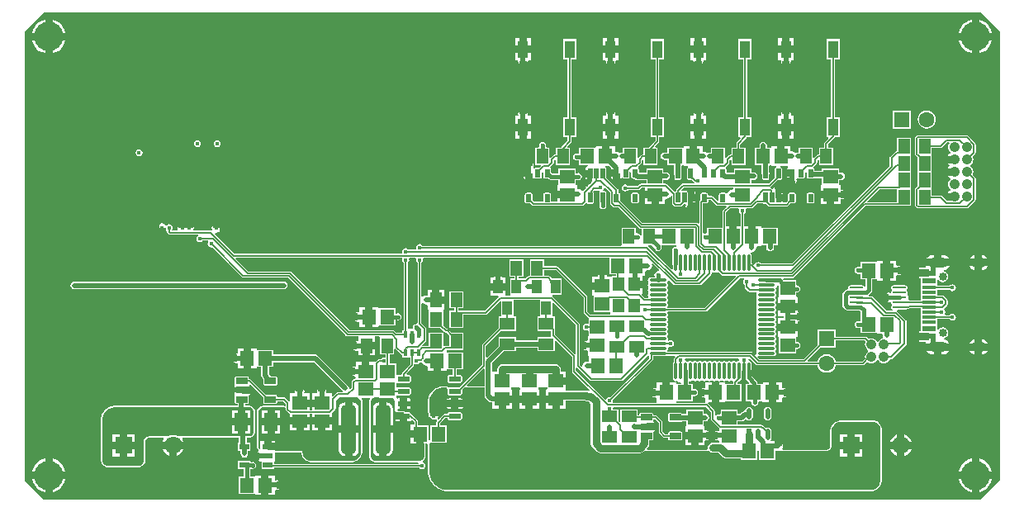
<source format=gtl>
G04*
G04 #@! TF.GenerationSoftware,Altium Limited,Altium Designer,20.2.6 (244)*
G04*
G04 Layer_Physical_Order=1*
G04 Layer_Color=255*
%FSLAX44Y44*%
%MOMM*%
G71*
G04*
G04 #@! TF.SameCoordinates,5F1E5769-8BC1-42D3-870D-05276483D41C*
G04*
G04*
G04 #@! TF.FilePolarity,Positive*
G04*
G01*
G75*
%ADD15C,0.7620*%
%ADD16R,1.4500X1.5000*%
%ADD17R,0.5298X1.1556*%
G04:AMPARAMS|DCode=18|XSize=1.1556mm|YSize=0.5298mm|CornerRadius=0.2649mm|HoleSize=0mm|Usage=FLASHONLY|Rotation=90.000|XOffset=0mm|YOffset=0mm|HoleType=Round|Shape=RoundedRectangle|*
%AMROUNDEDRECTD18*
21,1,1.1556,0.0000,0,0,90.0*
21,1,0.6258,0.5298,0,0,90.0*
1,1,0.5298,0.0000,0.3129*
1,1,0.5298,0.0000,-0.3129*
1,1,0.5298,0.0000,-0.3129*
1,1,0.5298,0.0000,0.3129*
%
%ADD18ROUNDEDRECTD18*%
%ADD19R,1.5000X1.4500*%
%ADD20R,1.5000X1.2000*%
G04:AMPARAMS|DCode=21|XSize=0.65mm|YSize=1.2mm|CornerRadius=0.0488mm|HoleSize=0mm|Usage=FLASHONLY|Rotation=90.000|XOffset=0mm|YOffset=0mm|HoleType=Round|Shape=RoundedRectangle|*
%AMROUNDEDRECTD21*
21,1,0.6500,1.1025,0,0,90.0*
21,1,0.5525,1.2000,0,0,90.0*
1,1,0.0975,0.5513,0.2763*
1,1,0.0975,0.5513,-0.2763*
1,1,0.0975,-0.5513,-0.2763*
1,1,0.0975,-0.5513,0.2763*
%
%ADD21ROUNDEDRECTD21*%
%ADD22R,1.1000X1.8000*%
%ADD23R,1.2000X1.5000*%
%ADD24R,1.4500X0.6000*%
%ADD25R,1.4500X0.3000*%
G04:AMPARAMS|DCode=26|XSize=1.5mm|YSize=5mm|CornerRadius=0.375mm|HoleSize=0mm|Usage=FLASHONLY|Rotation=180.000|XOffset=0mm|YOffset=0mm|HoleType=Round|Shape=RoundedRectangle|*
%AMROUNDEDRECTD26*
21,1,1.5000,4.2500,0,0,180.0*
21,1,0.7500,5.0000,0,0,180.0*
1,1,0.7500,-0.3750,2.1250*
1,1,0.7500,0.3750,2.1250*
1,1,0.7500,0.3750,-2.1250*
1,1,0.7500,-0.3750,-2.1250*
%
%ADD26ROUNDEDRECTD26*%
%ADD27R,1.2000X1.4000*%
%ADD28R,1.0000X0.6000*%
%ADD29O,1.4000X0.2500*%
%ADD30R,0.4000X0.6500*%
G04:AMPARAMS|DCode=31|XSize=0.55mm|YSize=1.25mm|CornerRadius=0.0495mm|HoleSize=0mm|Usage=FLASHONLY|Rotation=270.000|XOffset=0mm|YOffset=0mm|HoleType=Round|Shape=RoundedRectangle|*
%AMROUNDEDRECTD31*
21,1,0.5500,1.1510,0,0,270.0*
21,1,0.4510,1.2500,0,0,270.0*
1,1,0.0990,-0.5755,-0.2255*
1,1,0.0990,-0.5755,0.2255*
1,1,0.0990,0.5755,0.2255*
1,1,0.0990,0.5755,-0.2255*
%
%ADD31ROUNDEDRECTD31*%
G04:AMPARAMS|DCode=32|XSize=0.55mm|YSize=0.8mm|CornerRadius=0.0495mm|HoleSize=0mm|Usage=FLASHONLY|Rotation=0.000|XOffset=0mm|YOffset=0mm|HoleType=Round|Shape=RoundedRectangle|*
%AMROUNDEDRECTD32*
21,1,0.5500,0.7010,0,0,0.0*
21,1,0.4510,0.8000,0,0,0.0*
1,1,0.0990,0.2255,-0.3505*
1,1,0.0990,-0.2255,-0.3505*
1,1,0.0990,-0.2255,0.3505*
1,1,0.0990,0.2255,0.3505*
%
%ADD32ROUNDEDRECTD32*%
G04:AMPARAMS|DCode=33|XSize=0.45mm|YSize=1.05mm|CornerRadius=0.0495mm|HoleSize=0mm|Usage=FLASHONLY|Rotation=0.000|XOffset=0mm|YOffset=0mm|HoleType=Round|Shape=RoundedRectangle|*
%AMROUNDEDRECTD33*
21,1,0.4500,0.9510,0,0,0.0*
21,1,0.3510,1.0500,0,0,0.0*
1,1,0.0990,0.1755,-0.4755*
1,1,0.0990,-0.1755,-0.4755*
1,1,0.0990,-0.1755,0.4755*
1,1,0.0990,0.1755,0.4755*
%
%ADD33ROUNDEDRECTD33*%
%ADD34O,1.8000X0.3000*%
%ADD35O,0.3000X1.8000*%
%ADD36R,1.3500X1.8500*%
%ADD37R,1.0000X1.4000*%
%ADD70C,0.3810*%
%ADD71C,0.5080*%
%ADD72C,0.1270*%
%ADD73C,0.1780*%
%ADD74C,0.1524*%
%ADD75C,3.0000*%
%ADD76C,1.0500*%
%ADD77C,1.6000*%
%ADD78R,1.6000X1.6000*%
%ADD79O,1.6000X1.0000*%
%ADD80O,2.1000X1.0000*%
%ADD81C,0.8500*%
%ADD82R,1.8000X1.8000*%
%ADD83C,1.8000*%
%ADD84R,1.6000X1.6000*%
%ADD85O,22.0000X0.5000*%
%ADD86C,0.4500*%
G36*
X1000000Y480000D02*
Y20000D01*
X980000Y0D01*
X20000D01*
X0Y20000D01*
Y480000D01*
X0D01*
X20000Y500000D01*
X980000D01*
X1000000Y480000D01*
D02*
G37*
%LPC*%
G36*
X978810Y492174D02*
Y478810D01*
X992173D01*
X991283Y481745D01*
X989654Y484792D01*
X987463Y487463D01*
X984792Y489655D01*
X981745Y491283D01*
X978810Y492174D01*
D02*
G37*
G36*
X971190D02*
X968255Y491283D01*
X965208Y489655D01*
X962537Y487463D01*
X960346Y484792D01*
X958717Y481745D01*
X957827Y478810D01*
X971190D01*
Y492174D01*
D02*
G37*
G36*
X28810D02*
Y478810D01*
X42174D01*
X41283Y481745D01*
X39655Y484792D01*
X37463Y487463D01*
X34792Y489655D01*
X31745Y491283D01*
X28810Y492174D01*
D02*
G37*
G36*
X21190D02*
X18255Y491283D01*
X15208Y489655D01*
X12537Y487463D01*
X10345Y484792D01*
X8717Y481745D01*
X7826Y478810D01*
X21190D01*
Y492174D01*
D02*
G37*
G36*
X518990Y473550D02*
X514760D01*
Y465820D01*
X518990D01*
Y473550D01*
D02*
G37*
G36*
X507140D02*
X502910D01*
Y465820D01*
X507140D01*
Y473550D01*
D02*
G37*
G36*
X788990D02*
X784760D01*
Y465820D01*
X788990D01*
Y473550D01*
D02*
G37*
G36*
X608990D02*
X604760D01*
Y465820D01*
X608990D01*
Y473550D01*
D02*
G37*
G36*
X777140D02*
X772910D01*
Y465820D01*
X777140D01*
Y473550D01*
D02*
G37*
G36*
X597140D02*
X592910D01*
Y465820D01*
X597140D01*
Y473550D01*
D02*
G37*
G36*
X698990D02*
X694760D01*
Y465820D01*
X698990D01*
Y473550D01*
D02*
G37*
G36*
X687140D02*
X682910D01*
Y465820D01*
X687140D01*
Y473550D01*
D02*
G37*
G36*
X992173Y471190D02*
X978810D01*
Y457826D01*
X981745Y458717D01*
X984792Y460345D01*
X987463Y462537D01*
X989654Y465208D01*
X991283Y468255D01*
X992173Y471190D01*
D02*
G37*
G36*
X971190D02*
X957827D01*
X958717Y468255D01*
X960346Y465208D01*
X962537Y462537D01*
X965208Y460345D01*
X968255Y458717D01*
X971190Y457826D01*
Y471190D01*
D02*
G37*
G36*
X42174D02*
X28810D01*
Y457826D01*
X31745Y458717D01*
X34792Y460345D01*
X37463Y462537D01*
X39655Y465208D01*
X41283Y468255D01*
X42174Y471190D01*
D02*
G37*
G36*
X21190D02*
X7826D01*
X8717Y468255D01*
X10345Y465208D01*
X12537Y462537D01*
X15208Y460345D01*
X18255Y458717D01*
X21190Y457826D01*
Y471190D01*
D02*
G37*
G36*
X788990Y458200D02*
X780950D01*
X772910D01*
Y450470D01*
X775599D01*
X775912Y450088D01*
X776284Y448219D01*
X776986Y447168D01*
Y450088D01*
X784606D01*
Y447168D01*
X785308Y448219D01*
X785680Y450088D01*
X785993Y450470D01*
X788990D01*
Y458200D01*
D02*
G37*
G36*
X698990Y458200D02*
X690950D01*
X682910D01*
Y450470D01*
X685728D01*
X686250Y449834D01*
X686622Y447965D01*
X687324Y446914D01*
Y449834D01*
X694944D01*
Y446914D01*
X695646Y447965D01*
X696018Y449834D01*
X696540Y450470D01*
X698990D01*
Y458200D01*
D02*
G37*
G36*
X608990Y458200D02*
X600950D01*
X592910D01*
Y450470D01*
X595558D01*
X596080Y449834D01*
X596452Y447965D01*
X597154Y446914D01*
Y449834D01*
X604774D01*
Y446914D01*
X605476Y447965D01*
X605848Y449834D01*
X606370Y450470D01*
X608990D01*
Y458200D01*
D02*
G37*
G36*
X518990Y458200D02*
X510950D01*
X502910D01*
Y450470D01*
X505642D01*
X506164Y449834D01*
X506536Y447965D01*
X507238Y446914D01*
Y449834D01*
X514858D01*
Y446914D01*
X515560Y447965D01*
X515932Y449834D01*
X516454Y450470D01*
X518990D01*
Y458200D01*
D02*
G37*
G36*
X784606Y398398D02*
Y395478D01*
X776986D01*
Y398398D01*
X776284Y397347D01*
X775912Y395478D01*
X776043Y394820D01*
X775001Y393550D01*
X772910D01*
Y385820D01*
X780950D01*
X788990D01*
Y393550D01*
X786591D01*
X785549Y394820D01*
X785680Y395478D01*
X785308Y397347D01*
X784606Y398398D01*
D02*
G37*
G36*
X694944Y398144D02*
Y395224D01*
X687324D01*
Y398144D01*
X686622Y397093D01*
X686250Y395224D01*
X686388Y394532D01*
X685582Y393550D01*
X682910D01*
Y385820D01*
X690950D01*
X698990D01*
Y393550D01*
X696686D01*
X695880Y394532D01*
X696018Y395224D01*
X695646Y397093D01*
X694944Y398144D01*
D02*
G37*
G36*
X604774D02*
Y395224D01*
X597154D01*
Y398144D01*
X596452Y397093D01*
X596080Y395224D01*
X596218Y394532D01*
X595412Y393550D01*
X592910D01*
Y385820D01*
X600950D01*
X608990D01*
Y393550D01*
X606516D01*
X605710Y394532D01*
X605848Y395224D01*
X605476Y397093D01*
X604774Y398144D01*
D02*
G37*
G36*
X514858D02*
Y395224D01*
X507238D01*
Y398144D01*
X506536Y397093D01*
X506164Y395224D01*
X506302Y394532D01*
X505496Y393550D01*
X502910D01*
Y385820D01*
X510950D01*
X518990D01*
Y393550D01*
X516600D01*
X515794Y394532D01*
X515932Y395224D01*
X515560Y397093D01*
X514858Y398144D01*
D02*
G37*
G36*
X909070Y399270D02*
X890530D01*
Y380730D01*
X909070D01*
Y399270D01*
D02*
G37*
G36*
X925200Y399350D02*
X922780Y399031D01*
X920525Y398097D01*
X918589Y396611D01*
X917103Y394675D01*
X916169Y392420D01*
X915850Y390000D01*
X916169Y387580D01*
X917103Y385325D01*
X918589Y383389D01*
X920525Y381903D01*
X922780Y380969D01*
X925200Y380650D01*
X927620Y380969D01*
X929875Y381903D01*
X931811Y383389D01*
X933297Y385325D01*
X934231Y387580D01*
X934550Y390000D01*
X934231Y392420D01*
X933297Y394675D01*
X931811Y396611D01*
X929875Y398097D01*
X927620Y399031D01*
X925200Y399350D01*
D02*
G37*
G36*
X788990Y378200D02*
X784760D01*
Y370470D01*
X788990D01*
Y378200D01*
D02*
G37*
G36*
X777140D02*
X772910D01*
Y370470D01*
X777140D01*
Y378200D01*
D02*
G37*
G36*
X698990Y378200D02*
X694760D01*
Y370470D01*
X698990D01*
Y378200D01*
D02*
G37*
G36*
X687140D02*
X682910D01*
Y370470D01*
X687140D01*
Y378200D01*
D02*
G37*
G36*
X608990Y378200D02*
X604760D01*
Y370470D01*
X608990D01*
Y378200D01*
D02*
G37*
G36*
X597140D02*
X592910D01*
Y370470D01*
X597140D01*
Y378200D01*
D02*
G37*
G36*
X518990Y378200D02*
X514760D01*
Y370470D01*
X518990D01*
Y378200D01*
D02*
G37*
G36*
X507140D02*
X502910D01*
Y370470D01*
X507140D01*
Y378200D01*
D02*
G37*
G36*
X197612Y368841D02*
X196239Y368568D01*
X195074Y367790D01*
X194296Y366625D01*
X194023Y365252D01*
X194296Y363879D01*
X195074Y362714D01*
X196239Y361936D01*
X197612Y361663D01*
X198985Y361936D01*
X200150Y362714D01*
X200928Y363879D01*
X201201Y365252D01*
X200928Y366625D01*
X200150Y367790D01*
X198985Y368568D01*
X197612Y368841D01*
D02*
G37*
G36*
X177546D02*
X176173Y368568D01*
X175008Y367790D01*
X174230Y366625D01*
X173957Y365252D01*
X174230Y363879D01*
X175008Y362714D01*
X176173Y361936D01*
X177546Y361663D01*
X178919Y361936D01*
X180084Y362714D01*
X180862Y363879D01*
X181135Y365252D01*
X180862Y366625D01*
X180084Y367790D01*
X178919Y368568D01*
X177546Y368841D01*
D02*
G37*
G36*
X117625Y359339D02*
X116252Y359066D01*
X115087Y358288D01*
X114309Y357123D01*
X114036Y355750D01*
X114309Y354377D01*
X115087Y353212D01*
X116252Y352434D01*
X117625Y352161D01*
X118998Y352434D01*
X120163Y353212D01*
X120941Y354377D01*
X121214Y355750D01*
X120941Y357123D01*
X120163Y358288D01*
X118998Y359066D01*
X117625Y359339D01*
D02*
G37*
G36*
X835720Y472280D02*
X822180D01*
Y451740D01*
X827008D01*
Y392280D01*
X822180D01*
Y371740D01*
X823909D01*
X824395Y370567D01*
X820627Y366799D01*
X820206Y366169D01*
X820058Y365425D01*
Y361020D01*
X814730D01*
Y355179D01*
X814095Y354192D01*
X813352Y354044D01*
X812722Y353623D01*
X812722Y353623D01*
X809569Y350470D01*
X809540Y350428D01*
X808270Y350813D01*
Y361020D01*
X793730D01*
Y356183D01*
X792988D01*
X791501Y355887D01*
X790464Y355194D01*
X790091Y355751D01*
X788507Y356810D01*
X786638Y357182D01*
X786522Y357159D01*
X785540Y357964D01*
Y362290D01*
X779560D01*
Y352250D01*
X771940D01*
Y362290D01*
X765960D01*
Y362211D01*
X765770Y361020D01*
X764690Y361020D01*
X761313D01*
Y363220D01*
X761017Y364707D01*
X760175Y365967D01*
X758915Y366809D01*
X757428Y367105D01*
X755941Y366809D01*
X754681Y365967D01*
X753839Y364707D01*
X753543Y363220D01*
Y361020D01*
X748730D01*
Y343480D01*
X755825D01*
Y334790D01*
X756121Y333303D01*
X756445Y332818D01*
Y329745D01*
X756582Y329056D01*
X756973Y328473D01*
X757556Y328082D01*
X758245Y327945D01*
X761755D01*
X762444Y328082D01*
X763027Y328473D01*
X763418Y329056D01*
X763555Y329745D01*
Y332962D01*
X763589Y333013D01*
X763885Y334500D01*
X763595Y335958D01*
Y342582D01*
X764493Y343480D01*
X765770Y343480D01*
X765960Y342289D01*
Y342210D01*
X770544D01*
X770669Y340940D01*
X770556Y340918D01*
X769973Y340527D01*
X769583Y339944D01*
X769445Y339255D01*
Y330727D01*
X763006Y324287D01*
X745270D01*
Y327839D01*
X747776D01*
X749263Y328135D01*
X750523Y328977D01*
X751365Y330237D01*
X751661Y331724D01*
X751365Y333211D01*
X750523Y334471D01*
X749263Y335313D01*
X747776Y335609D01*
X745270D01*
Y340020D01*
X727730D01*
Y335385D01*
X720055D01*
Y338505D01*
X719918Y339194D01*
X719528Y339777D01*
X719355Y339893D01*
X719080Y341148D01*
X719119Y341428D01*
X722316Y344624D01*
X722737Y345255D01*
X722884Y345998D01*
X722884Y345998D01*
Y347978D01*
X723460Y348428D01*
X724730Y347815D01*
Y343480D01*
X739270D01*
Y361020D01*
X733942D01*
Y364621D01*
X740323Y371002D01*
X740744Y371632D01*
X740766Y371740D01*
X745720D01*
Y392280D01*
X740892D01*
Y451740D01*
X745720D01*
Y472280D01*
X732180D01*
Y451740D01*
X737008D01*
Y392280D01*
X732180D01*
Y371740D01*
X733909D01*
X734395Y370567D01*
X730627Y366799D01*
X730206Y366169D01*
X730058Y365425D01*
Y361020D01*
X724730D01*
Y355179D01*
X724095Y354192D01*
X723352Y354044D01*
X722722Y353623D01*
X722722Y353623D01*
X719569Y350470D01*
X719540Y350428D01*
X718270Y350813D01*
Y361020D01*
X703730D01*
Y355929D01*
X702564D01*
X701077Y355633D01*
X699864Y354822D01*
X699413Y355497D01*
X697829Y356556D01*
X695960Y356928D01*
X695540Y357272D01*
Y362290D01*
X689560D01*
Y352250D01*
X681940D01*
Y362290D01*
X675960D01*
Y362211D01*
X675770Y361020D01*
X674690Y361020D01*
X658730D01*
Y356183D01*
X656336D01*
X654849Y355887D01*
X653589Y355045D01*
X652747Y353785D01*
X652451Y352298D01*
X652747Y350811D01*
X653589Y349551D01*
X654849Y348709D01*
X656336Y348413D01*
X658730D01*
Y343480D01*
X665825D01*
Y334790D01*
X666121Y333303D01*
X666445Y332818D01*
Y329745D01*
X666582Y329056D01*
X666973Y328473D01*
X667556Y328082D01*
X668245Y327945D01*
X671755D01*
X672444Y328082D01*
X673027Y328473D01*
X673418Y329056D01*
X673555Y329745D01*
Y332962D01*
X673589Y333013D01*
X673885Y334500D01*
X673595Y335958D01*
Y342582D01*
X674493Y343480D01*
X675770Y343480D01*
X675960Y342289D01*
Y342210D01*
X680544D01*
X680669Y340940D01*
X680556Y340918D01*
X679973Y340527D01*
X679582Y339944D01*
X679445Y339255D01*
Y329745D01*
X679582Y329056D01*
X679973Y328473D01*
X680556Y328082D01*
X681245Y327945D01*
X684528D01*
X686584Y325889D01*
X686987Y325620D01*
X686999Y325557D01*
X686302Y324287D01*
X675506D01*
X674763Y324139D01*
X674133Y323718D01*
X668627Y318213D01*
X668205Y317582D01*
X668058Y316839D01*
Y316517D01*
X667556Y316418D01*
X666973Y316028D01*
X666319Y315963D01*
X658753Y323528D01*
X658123Y323949D01*
X657380Y324097D01*
X655270D01*
Y327839D01*
X657860D01*
X659347Y328135D01*
X660607Y328977D01*
X661449Y330237D01*
X661745Y331724D01*
X661449Y333211D01*
X660607Y334471D01*
X659347Y335313D01*
X657860Y335609D01*
X655270D01*
Y340020D01*
X637730D01*
Y335385D01*
X630055D01*
Y338505D01*
X629918Y339194D01*
X629528Y339777D01*
X629355Y339893D01*
X629080Y341148D01*
X629119Y341428D01*
X632315Y344624D01*
X632737Y345255D01*
X632884Y345998D01*
X632884Y345998D01*
Y347978D01*
X633460Y348428D01*
X634730Y347815D01*
Y343480D01*
X649270D01*
Y361020D01*
X647041D01*
X646555Y362193D01*
X650323Y365961D01*
X650744Y366592D01*
X650892Y367335D01*
X650892Y367335D01*
Y371740D01*
X655720D01*
Y392280D01*
X650892D01*
Y451740D01*
X655720D01*
Y472280D01*
X642180D01*
Y451740D01*
X647008D01*
Y392280D01*
X642180D01*
Y371740D01*
X647008D01*
Y368139D01*
X640627Y361758D01*
X640206Y361128D01*
X640184Y361020D01*
X634730D01*
Y355179D01*
X634095Y354192D01*
X633352Y354044D01*
X632722Y353623D01*
X632722Y353623D01*
X629569Y350470D01*
X629540Y350428D01*
X628270Y350813D01*
Y361020D01*
X613730D01*
Y355929D01*
X612648D01*
X611161Y355633D01*
X610124Y354940D01*
X609751Y355497D01*
X608167Y356556D01*
X606298Y356928D01*
X605540Y357550D01*
Y362290D01*
X599560D01*
Y352250D01*
X591940D01*
Y362290D01*
X585960D01*
Y362211D01*
X585770Y361020D01*
X584690Y361020D01*
X568730D01*
Y355279D01*
X567587Y354869D01*
X567460Y354868D01*
X566166Y355125D01*
X564793Y354852D01*
X563628Y354074D01*
X562850Y352909D01*
X562577Y351536D01*
X562850Y350163D01*
X563628Y348998D01*
X564793Y348220D01*
X566166Y347947D01*
X567460Y348204D01*
X567587Y348203D01*
X568730Y347793D01*
Y343480D01*
X577419D01*
X577544Y342210D01*
X577061Y342114D01*
X576057Y341443D01*
X575386Y340439D01*
X575151Y339255D01*
Y338310D01*
X580000D01*
Y330690D01*
X575151D01*
Y329745D01*
X575268Y329156D01*
X574930Y328930D01*
X577850D01*
Y321518D01*
X577642Y321310D01*
X574930D01*
X575480Y320943D01*
X575784Y319451D01*
X573146Y316813D01*
X572206Y316737D01*
X571581Y316869D01*
X571397Y317143D01*
X569813Y318202D01*
X567944Y318574D01*
X567522Y318490D01*
X566540Y319296D01*
Y322790D01*
X566461D01*
X565270Y322980D01*
X565270Y324060D01*
Y327891D01*
X566540Y328175D01*
X566571Y328154D01*
X567944Y327881D01*
X569317Y328154D01*
X570482Y328932D01*
X571260Y330097D01*
X571533Y331470D01*
X571260Y332843D01*
X570482Y334008D01*
X569317Y334786D01*
X567944Y335059D01*
X566571Y334786D01*
X566540Y334765D01*
X565270Y335049D01*
Y340020D01*
X547730D01*
Y334737D01*
X540841D01*
X540384Y335194D01*
X540055Y335414D01*
Y338505D01*
X539918Y339194D01*
X539528Y339777D01*
X539355Y339893D01*
X539080Y341148D01*
X539119Y341428D01*
X542315Y344624D01*
X542737Y345255D01*
X542884Y345998D01*
X542884Y345998D01*
Y347978D01*
X543460Y348428D01*
X544730Y347815D01*
Y343480D01*
X559270D01*
Y361020D01*
X557041D01*
X556555Y362193D01*
X560323Y365961D01*
X560744Y366592D01*
X560892Y367335D01*
Y371740D01*
X565720D01*
Y392280D01*
X560892D01*
Y451740D01*
X565720D01*
Y472280D01*
X552180D01*
Y451740D01*
X557008D01*
Y392280D01*
X552180D01*
Y371740D01*
X557008D01*
Y368139D01*
X550627Y361758D01*
X550206Y361128D01*
X550184Y361020D01*
X544730D01*
Y355179D01*
X544095Y354192D01*
X543352Y354044D01*
X542722Y353623D01*
X542721Y353623D01*
X539569Y350470D01*
X539540Y350428D01*
X538270Y350813D01*
Y361020D01*
X535402D01*
X535168Y361219D01*
X534518Y362290D01*
X534703Y363220D01*
X534430Y364593D01*
X533652Y365758D01*
X532487Y366536D01*
X531114Y366809D01*
X529741Y366536D01*
X528576Y365758D01*
X527798Y364593D01*
X527525Y363220D01*
X527710Y362290D01*
X527060Y361219D01*
X526826Y361020D01*
X523730D01*
Y343480D01*
X529324D01*
X529810Y342307D01*
X527808Y340305D01*
X524245D01*
X523556Y340168D01*
X523314Y340005D01*
X522756Y339858D01*
X522607Y339914D01*
X521656Y340777D01*
X522028Y342646D01*
X521656Y344515D01*
X520954Y345566D01*
Y342646D01*
X517144D01*
Y338836D01*
X511716D01*
X511711Y338810D01*
X517000D01*
Y335000D01*
X520810D01*
Y328884D01*
X521443Y329307D01*
X521750Y329766D01*
X522756Y330142D01*
X523314Y329995D01*
X523556Y329832D01*
X524245Y329695D01*
X528755D01*
X529444Y329832D01*
X530028Y330223D01*
X530418Y330806D01*
X530555Y331495D01*
Y336354D01*
X530676Y336435D01*
X531945Y335756D01*
Y331495D01*
X532082Y330806D01*
X532473Y330223D01*
X533056Y329832D01*
X533745Y329695D01*
X536706D01*
X536732Y329690D01*
X537211Y329211D01*
X538261Y328509D01*
X539500Y328263D01*
X547730D01*
X547730Y322980D01*
X546539Y322790D01*
X546460D01*
Y316810D01*
X556500D01*
Y309190D01*
X546460D01*
Y305537D01*
X540430D01*
X540055Y305995D01*
Y313005D01*
X539918Y313694D01*
X539528Y314277D01*
X538944Y314668D01*
X538255Y314805D01*
X533745D01*
X533056Y314668D01*
X532473Y314277D01*
X532082Y313694D01*
X531945Y313005D01*
Y305995D01*
X531570Y305537D01*
X522518D01*
X521055Y307000D01*
Y313005D01*
X520918Y313694D01*
X520527Y314277D01*
X519944Y314668D01*
X519255Y314805D01*
X514745D01*
X514056Y314668D01*
X513473Y314277D01*
X513083Y313694D01*
X512946Y313005D01*
Y305995D01*
X513083Y305306D01*
X513473Y304722D01*
X514056Y304332D01*
X514745Y304195D01*
X518366D01*
X520340Y302222D01*
X520340Y302222D01*
X520970Y301800D01*
X521713Y301653D01*
X572067D01*
X572811Y301800D01*
X573441Y302222D01*
X575413Y304194D01*
X575526Y304229D01*
X576441Y304199D01*
X576925Y304044D01*
X576973Y303972D01*
X577556Y303582D01*
X578245Y303445D01*
X581755D01*
X582444Y303582D01*
X583027Y303972D01*
X583418Y304556D01*
X583555Y305245D01*
Y314755D01*
X583418Y315444D01*
X583092Y315931D01*
X584353Y317193D01*
X588476D01*
X589040Y316815D01*
X589254Y316479D01*
X589582Y315444D01*
X589564Y315352D01*
X589445Y314755D01*
Y305245D01*
X589582Y304556D01*
X589808Y304219D01*
Y302922D01*
X589774Y302871D01*
X589501Y301498D01*
X589774Y300125D01*
X590552Y298960D01*
X591717Y298182D01*
X593090Y297909D01*
X594463Y298182D01*
X595628Y298960D01*
X596406Y300125D01*
X596679Y301498D01*
X596406Y302871D01*
X596282Y303056D01*
Y304354D01*
X596418Y304556D01*
X596555Y305245D01*
Y314755D01*
X596418Y315444D01*
X596027Y316028D01*
X595444Y316418D01*
X594755Y316555D01*
X593866D01*
X593710Y316744D01*
X593303Y317824D01*
X593866Y318667D01*
X594031Y319496D01*
X595348Y319974D01*
X600292Y315031D01*
Y304292D01*
X600439Y303549D01*
X600861Y302919D01*
X603147Y300633D01*
X603777Y300212D01*
X604520Y300064D01*
X608905D01*
X630689Y278281D01*
X631319Y277859D01*
X632062Y277712D01*
X633230D01*
Y270774D01*
X633102Y270639D01*
X631729Y271037D01*
X631712Y271121D01*
X630934Y272286D01*
X629769Y273064D01*
X628396Y273337D01*
X628040Y273266D01*
X626770Y274306D01*
Y278770D01*
X612230D01*
Y261784D01*
X612230Y261230D01*
X611256Y260514D01*
X408278D01*
X407795Y261237D01*
X406630Y262015D01*
X405257Y262288D01*
X403884Y262015D01*
X402719Y261237D01*
X401941Y260072D01*
X401668Y258699D01*
X401863Y257720D01*
X401115Y256450D01*
X393842D01*
X393444Y257046D01*
X392279Y257824D01*
X390906Y258097D01*
X389533Y257824D01*
X388368Y257046D01*
X387590Y255881D01*
X387317Y254508D01*
X387537Y253402D01*
X386849Y252132D01*
X215688D01*
X194992Y272829D01*
X195618Y273999D01*
X196850Y273754D01*
X198719Y274126D01*
X199389Y274574D01*
X200152Y274990D01*
Y278638D01*
X193040D01*
Y281558D01*
X192338Y280507D01*
X191966Y278638D01*
X192302Y276947D01*
X192220Y276784D01*
X191896Y276390D01*
X191366Y275937D01*
X191008Y276008D01*
X174325D01*
X173523Y277278D01*
X173794Y278638D01*
X173422Y280507D01*
X172720Y281558D01*
Y278638D01*
X158242D01*
Y281558D01*
X157540Y280507D01*
X157168Y278638D01*
X157439Y277278D01*
X156637Y276008D01*
X152085D01*
X151406Y277278D01*
X151652Y277646D01*
X151925Y279019D01*
X151652Y280392D01*
X150874Y281557D01*
X149709Y282335D01*
X148336Y282608D01*
X146963Y282335D01*
X145798Y281557D01*
X144781D01*
X144423Y282091D01*
X142839Y283150D01*
X140970Y283522D01*
X139101Y283150D01*
X138176Y282532D01*
Y278638D01*
X144780D01*
Y275718D01*
X144795Y275741D01*
X145205Y276043D01*
X146394Y275404D01*
Y274828D01*
X146542Y274085D01*
X146963Y273455D01*
X147725Y272693D01*
X147725Y272693D01*
X148355Y272271D01*
X149098Y272124D01*
X177934D01*
X178192Y270854D01*
X177294Y270254D01*
X176516Y269089D01*
X176243Y267716D01*
X176516Y266343D01*
X177294Y265178D01*
X178459Y264400D01*
X179832Y264127D01*
X181205Y264400D01*
X182370Y265178D01*
X182768Y265774D01*
X188074D01*
X188232Y265581D01*
X188637Y264504D01*
X188073Y263660D01*
X187800Y262287D01*
X188073Y260913D01*
X188851Y259749D01*
X190016Y258971D01*
X191389Y258698D01*
X192277Y258874D01*
X222909Y228243D01*
X223539Y227822D01*
X224282Y227674D01*
X270467D01*
X330097Y168045D01*
X330727Y167624D01*
X331470Y167476D01*
X342210D01*
Y163251D01*
X341228Y162445D01*
X340360Y162618D01*
X338491Y162246D01*
X337440Y161544D01*
X340360D01*
Y153924D01*
X337440D01*
X338491Y153222D01*
X340360Y152850D01*
X341228Y153023D01*
X342210Y152217D01*
Y147960D01*
X346940D01*
Y158000D01*
X350750D01*
Y161810D01*
X359290D01*
Y167476D01*
X363502D01*
X364480Y166770D01*
Y149230D01*
X370558D01*
Y146686D01*
X369288Y145921D01*
X368345Y146109D01*
X366972Y145836D01*
X365807Y145058D01*
X365409Y144462D01*
X363982D01*
X363982Y144462D01*
X363239Y144314D01*
X362609Y143893D01*
X362608Y143893D01*
X360971Y142256D01*
X360040Y141540D01*
Y141540D01*
X360040Y141540D01*
X353810D01*
Y131750D01*
X346190D01*
Y141540D01*
X339960D01*
Y137233D01*
X338978Y136427D01*
X338836Y136456D01*
X336967Y136084D01*
X335916Y135382D01*
X338836D01*
Y127762D01*
X335916D01*
X336967Y127060D01*
X338836Y126688D01*
X338978Y126716D01*
X339960Y125911D01*
Y124370D01*
X339344D01*
X338601Y124222D01*
X337971Y123801D01*
X335939Y121769D01*
X335518Y121139D01*
X335370Y120396D01*
Y114851D01*
X333870Y113351D01*
X332700Y113977D01*
X332815Y114554D01*
X332519Y116041D01*
X331677Y117301D01*
X301231Y147747D01*
X299971Y148589D01*
X298484Y148885D01*
X255270D01*
Y153770D01*
X238230Y153770D01*
X238040Y154961D01*
Y155040D01*
X232060D01*
Y145000D01*
Y134960D01*
X238040D01*
Y135039D01*
X238230Y136230D01*
X239310Y136230D01*
X242865D01*
Y127500D01*
X243161Y126013D01*
X244003Y124753D01*
X244905Y123851D01*
Y122710D01*
X244946Y122508D01*
Y119237D01*
X245082Y118552D01*
X245470Y117970D01*
X246052Y117582D01*
X246737Y117446D01*
X257763D01*
X258448Y117582D01*
X259030Y117970D01*
X259418Y118552D01*
X259554Y119237D01*
Y124762D01*
X259418Y125448D01*
X259030Y126030D01*
X258448Y126418D01*
X257763Y126554D01*
X252457D01*
X252379Y126947D01*
X251537Y128207D01*
X250635Y129109D01*
Y136230D01*
X255270D01*
Y141115D01*
X296875D01*
X326183Y111807D01*
X326768Y111416D01*
X326383Y110146D01*
X321310D01*
X321310Y110146D01*
X320567Y109999D01*
X319937Y109577D01*
X319937Y109577D01*
X316310Y105951D01*
X315040Y106477D01*
Y109040D01*
X310346D01*
X309540Y110022D01*
X309684Y110744D01*
X309312Y112613D01*
X308610Y113664D01*
Y110744D01*
X300990D01*
Y113664D01*
X300288Y112613D01*
X299916Y110744D01*
X300060Y110022D01*
X299254Y109040D01*
X294960D01*
Y103060D01*
X305000D01*
Y95440D01*
X294960D01*
Y91858D01*
X292540D01*
Y95440D01*
X282500D01*
Y103060D01*
X292540D01*
Y109040D01*
X287740D01*
X286934Y110022D01*
X287078Y110744D01*
X286706Y112613D01*
X286004Y113664D01*
Y110744D01*
X278384D01*
Y113664D01*
X277682Y112613D01*
X277310Y110744D01*
X277454Y110022D01*
X276648Y109040D01*
X272460D01*
Y101096D01*
X271928Y100771D01*
X271190Y100619D01*
X267435Y104374D01*
X266805Y104795D01*
X266062Y104942D01*
X259554D01*
Y105763D01*
X259418Y106448D01*
X259030Y107030D01*
X258448Y107418D01*
X257763Y107555D01*
X247998D01*
X232179Y123373D01*
X231549Y123794D01*
X230806Y123942D01*
X230054D01*
Y124762D01*
X229918Y125448D01*
X229530Y126030D01*
X228948Y126418D01*
X228263Y126554D01*
X217237D01*
X216552Y126418D01*
X215970Y126030D01*
X215582Y125448D01*
X215446Y124762D01*
Y119237D01*
X215582Y118552D01*
X215392Y118257D01*
Y112522D01*
Y106746D01*
X215582Y106448D01*
X215446Y105763D01*
Y100238D01*
X215582Y99552D01*
X215970Y98970D01*
X216552Y98582D01*
X217237Y98446D01*
X218615D01*
Y96375D01*
X92962Y96375D01*
X91685Y96375D01*
X91555Y96321D01*
X91417Y96348D01*
X88913Y95850D01*
X88796Y95772D01*
X88655D01*
X86296Y94795D01*
X86196Y94695D01*
X86058Y94668D01*
X83935Y93249D01*
X83857Y93132D01*
X83727Y93078D01*
X81922Y91273D01*
X81868Y91143D01*
X81751Y91065D01*
X80332Y88941D01*
X80305Y88803D01*
X80205Y88704D01*
X79228Y86345D01*
Y86204D01*
X79150Y86087D01*
X78652Y83583D01*
X78679Y83445D01*
X78625Y83315D01*
X78625Y82038D01*
Y40000D01*
X78625Y39005D01*
X78730Y38753D01*
Y38479D01*
X79491Y36642D01*
X79684Y36448D01*
X79789Y36196D01*
X81196Y34789D01*
X81448Y34685D01*
X81642Y34491D01*
X83479Y33730D01*
X83753D01*
X84005Y33625D01*
X85000Y33625D01*
X110123D01*
X110156Y33639D01*
X110190Y33627D01*
X110435Y33639D01*
X110468Y33654D01*
X110503Y33644D01*
X110747Y33668D01*
X110779Y33685D01*
X110814Y33676D01*
X110913Y33691D01*
X111072Y33625D01*
X111072D01*
X111072Y33625D01*
X111072Y33625D01*
X118495D01*
X118747Y33730D01*
X119021D01*
X120858Y34491D01*
X121052Y34685D01*
X121304Y34789D01*
X122711Y36196D01*
X122816Y36448D01*
X123009Y36642D01*
X123770Y38479D01*
Y38753D01*
X123875Y39005D01*
Y59933D01*
X123944Y60638D01*
X124508Y61999D01*
X125501Y62992D01*
X126862Y63556D01*
X127568Y63625D01*
X142361Y63625D01*
X142923Y62486D01*
X142320Y61700D01*
X141487Y59690D01*
X152400D01*
X163313D01*
X162480Y61700D01*
X161877Y62486D01*
X162439Y63625D01*
X219990Y63625D01*
Y58770D01*
X219230D01*
Y50230D01*
X221615D01*
Y47296D01*
X221911Y45809D01*
X222753Y44549D01*
X224013Y43707D01*
X225500Y43411D01*
X226987Y43707D01*
X228247Y44549D01*
X229089Y45809D01*
X229385Y47296D01*
Y50230D01*
X231770D01*
Y58770D01*
X227760D01*
Y63625D01*
X230994D01*
X231247Y63730D01*
X231521D01*
X233358Y64491D01*
X233552Y64685D01*
X233804Y64789D01*
X235211Y66196D01*
X235315Y66448D01*
X235509Y66642D01*
X236270Y68479D01*
Y68753D01*
X236374Y69005D01*
Y70000D01*
X236374Y70000D01*
X236374Y70000D01*
X236374Y90000D01*
X236375Y90994D01*
X236270Y91247D01*
Y91521D01*
X235509Y93358D01*
X235315Y93552D01*
X235211Y93804D01*
X233804Y95211D01*
X233552Y95315D01*
X233358Y95509D01*
X231697Y96197D01*
X231465D01*
X231257Y96299D01*
X230086Y96372D01*
X230043Y96357D01*
X230000Y96374D01*
X230000D01*
X230000Y96375D01*
X226385D01*
Y98446D01*
X228263D01*
X228948Y98582D01*
X229530Y98970D01*
X229918Y99552D01*
X230054Y100238D01*
Y105763D01*
X229918Y106448D01*
X229570Y106970D01*
X230445Y107555D01*
X231114Y108556D01*
X231141Y108690D01*
X222750D01*
Y116310D01*
X231141D01*
X231114Y116444D01*
X230509Y117350D01*
X230459Y117491D01*
X230531Y117732D01*
X231965Y118094D01*
X244946Y105114D01*
Y100238D01*
X245082Y99552D01*
X245470Y98970D01*
X246052Y98582D01*
X246737Y98446D01*
X257763D01*
X258448Y98582D01*
X259030Y98970D01*
X259418Y99552D01*
X259554Y100238D01*
Y101058D01*
X265257D01*
X268060Y98256D01*
Y96775D01*
X267004Y96070D01*
X266521Y96270D01*
X266247D01*
X265994Y96375D01*
X245000D01*
X245000Y96375D01*
X244005Y96375D01*
X243753Y96270D01*
X243479D01*
X241642Y95509D01*
X241448Y95315D01*
X241196Y95211D01*
X239789Y93804D01*
X239685Y93552D01*
X239491Y93358D01*
X238730Y91521D01*
Y91247D01*
X238625Y90995D01*
X238625Y90000D01*
X238625Y55000D01*
X238625Y54005D01*
X238730Y53753D01*
Y53479D01*
X239491Y51642D01*
X239685Y51448D01*
X239789Y51196D01*
X239789Y51196D01*
X239815Y51170D01*
X240067Y51066D01*
X240170Y50963D01*
X240154Y49992D01*
X240125Y49658D01*
X239177Y49470D01*
X238126Y48768D01*
X241046D01*
Y41148D01*
X238126D01*
X239177Y40446D01*
X240952Y40093D01*
X241960Y39460D01*
X241960Y39460D01*
X241960Y39460D01*
X243230D01*
Y31230D01*
X255770D01*
Y33110D01*
X404734D01*
X405132Y32514D01*
X406297Y31736D01*
X407670Y31463D01*
X409043Y31736D01*
X410208Y32514D01*
X410986Y33679D01*
X411259Y35052D01*
X410986Y36425D01*
X410208Y37590D01*
X409044Y38368D01*
X408823Y38966D01*
X408804Y39789D01*
X410211Y41196D01*
X410316Y41448D01*
X410509Y41642D01*
X411270Y43479D01*
X411270Y43753D01*
X411375Y44006D01*
X411375Y45000D01*
X411375Y57460D01*
X411711Y57964D01*
X412497Y58104D01*
X413625Y57159D01*
Y30000D01*
X413625Y28030D01*
X413679Y27900D01*
X413652Y27762D01*
X414420Y23898D01*
X414499Y23781D01*
Y23640D01*
X416006Y20000D01*
X416106Y19901D01*
X416133Y19763D01*
X418322Y16487D01*
X418439Y16409D01*
X418493Y16279D01*
X421279Y13493D01*
X421409Y13439D01*
X421487Y13322D01*
X424763Y11133D01*
X424901Y11106D01*
X425000Y11006D01*
X428640Y9499D01*
X428781D01*
X428898Y9420D01*
X432762Y8652D01*
X432900Y8679D01*
X433030Y8625D01*
X435000Y8625D01*
X867500D01*
X868485Y8625D01*
X868615Y8679D01*
X868753Y8652D01*
X870685Y9036D01*
X870802Y9114D01*
X870943D01*
X872763Y9868D01*
X872862Y9968D01*
X873000Y9995D01*
X874638Y11090D01*
X874716Y11207D01*
X874847Y11260D01*
X876239Y12653D01*
X876293Y12783D01*
X876411Y12862D01*
X877505Y14499D01*
X877532Y14638D01*
X877632Y14737D01*
X878386Y16557D01*
Y16698D01*
X878464Y16815D01*
X878848Y18747D01*
X878821Y18885D01*
X878875Y19015D01*
X878875Y20000D01*
X878875Y72500D01*
X878875Y72500D01*
Y73239D01*
X878821Y73369D01*
X878848Y73507D01*
X878560Y74956D01*
X878482Y75073D01*
Y75214D01*
X877916Y76579D01*
X877817Y76678D01*
X877789Y76816D01*
X876969Y78045D01*
X876852Y78123D01*
X876798Y78253D01*
X875753Y79298D01*
X875623Y79352D01*
X875545Y79469D01*
X874316Y80289D01*
X874178Y80317D01*
X874079Y80416D01*
X872714Y80982D01*
X872573D01*
X872456Y81060D01*
X871007Y81348D01*
X870869Y81321D01*
X870739Y81375D01*
X870000Y81375D01*
X855000Y81375D01*
X836515Y81375D01*
X836385Y81321D01*
X836247Y81348D01*
X834315Y80964D01*
X834198Y80886D01*
X834057D01*
X832237Y80132D01*
X832138Y80032D01*
X832000Y80005D01*
X830362Y78910D01*
X830283Y78793D01*
X830153Y78740D01*
X828760Y77347D01*
X828707Y77217D01*
X828589Y77138D01*
X827495Y75500D01*
X827468Y75362D01*
X827368Y75263D01*
X826614Y73443D01*
Y73302D01*
X826536Y73185D01*
X826152Y71253D01*
X826179Y71115D01*
X826125Y70985D01*
Y55068D01*
X826056Y54362D01*
X825492Y53001D01*
X824499Y52008D01*
X823138Y51444D01*
X822433Y51375D01*
X777879D01*
X777200Y52645D01*
X777434Y52995D01*
X777806Y54864D01*
X777434Y56733D01*
X776732Y57784D01*
Y54864D01*
X769112D01*
Y60040D01*
X765811D01*
X765171Y61310D01*
X765692Y62089D01*
X765996Y63618D01*
Y69876D01*
X765692Y71406D01*
X764826Y72702D01*
X763529Y73568D01*
X762000Y73872D01*
X760471Y73568D01*
X760214Y73396D01*
X759647Y73963D01*
X759647Y73963D01*
X757306Y76303D01*
X756676Y76725D01*
X755933Y76872D01*
X731270D01*
Y80365D01*
X735506D01*
X736993Y80661D01*
X738253Y81503D01*
X739149Y82399D01*
X740174Y82298D01*
X741471Y81432D01*
X743000Y81128D01*
X744529Y81432D01*
X745826Y82298D01*
X746692Y83595D01*
X746996Y85124D01*
Y91382D01*
X746692Y92911D01*
X745826Y94207D01*
X744529Y95074D01*
X743000Y95378D01*
X741471Y95074D01*
X740174Y94207D01*
X739308Y92911D01*
X739004Y91382D01*
Y91261D01*
X738632D01*
X737145Y90965D01*
X735885Y90123D01*
X733897Y88135D01*
X731270D01*
Y92770D01*
X713730D01*
Y88457D01*
X713638Y88306D01*
X712460Y87513D01*
X711708Y87663D01*
X710335Y87390D01*
X709170Y86612D01*
X709078Y86474D01*
X707808Y86860D01*
Y90885D01*
X707661Y91628D01*
X707239Y92258D01*
X700885Y98613D01*
X700769Y98690D01*
X701155Y99960D01*
X704440D01*
Y110000D01*
Y120040D01*
X698460D01*
Y115572D01*
X697478Y114766D01*
X696976Y114866D01*
X695107Y114494D01*
X694056Y113792D01*
X696976D01*
Y106172D01*
X694056D01*
X695107Y105470D01*
X696976Y105098D01*
X697478Y105198D01*
X698460Y104392D01*
Y100451D01*
X698460Y99960D01*
X697513Y99181D01*
X668988D01*
X668040Y99960D01*
Y100039D01*
X668230Y101230D01*
X669310Y101230D01*
X685270D01*
Y105540D01*
X686540Y106498D01*
X687070Y106393D01*
X688443Y106666D01*
X689608Y107444D01*
X690386Y108609D01*
X690659Y109982D01*
X690386Y111355D01*
X689608Y112520D01*
X688443Y113298D01*
X687070Y113571D01*
X686540Y113465D01*
X685270Y114424D01*
Y118770D01*
X680737D01*
Y120935D01*
X682007Y121774D01*
X682500Y121676D01*
X683581Y121891D01*
X684497Y122503D01*
X685503D01*
X686419Y121891D01*
X687500Y121676D01*
X688581Y121891D01*
X689497Y122503D01*
X690503D01*
X691419Y121891D01*
X692500Y121676D01*
X693581Y121891D01*
X694497Y122503D01*
X695503D01*
X696419Y121891D01*
X697500Y121676D01*
X698581Y121891D01*
X699497Y122503D01*
X700503D01*
X701419Y121891D01*
X702500Y121676D01*
X703581Y121891D01*
X704497Y122503D01*
X705503D01*
X706419Y121891D01*
X707500Y121676D01*
X708581Y121891D01*
X709497Y122503D01*
X710503D01*
X711419Y121891D01*
X712500Y121676D01*
X713581Y121891D01*
X714497Y122503D01*
X715503D01*
X716419Y121891D01*
X717500Y121676D01*
X718581Y121891D01*
X719497Y122503D01*
X720503D01*
X721419Y121891D01*
X722500Y121676D01*
X723581Y121891D01*
X724497Y122503D01*
X725503D01*
X725854Y122268D01*
X726677Y121215D01*
X726530Y120472D01*
Y118770D01*
X718230Y118770D01*
X718040Y119961D01*
Y120040D01*
X712060D01*
Y110000D01*
Y99960D01*
X718040D01*
Y100039D01*
X718230Y101230D01*
X719310Y101230D01*
X735270D01*
Y118770D01*
X731313D01*
X730787Y120040D01*
X732436Y121689D01*
X732500Y121676D01*
X733581Y121891D01*
X734137Y122262D01*
X734137Y122262D01*
X734498Y122503D01*
X735110Y123419D01*
X735325Y124500D01*
Y132000D01*
X739262D01*
Y125310D01*
X739509Y124071D01*
X739867Y123534D01*
X739890Y123419D01*
X740503Y122503D01*
X741184Y122048D01*
X741310Y121921D01*
Y121475D01*
X741822Y121410D01*
X743289Y119943D01*
X742803Y118770D01*
X739730D01*
Y101230D01*
X744188D01*
X745230Y99960D01*
X745203Y99822D01*
X745476Y98449D01*
X746254Y97284D01*
X747419Y96506D01*
X748792Y96233D01*
X750165Y96506D01*
X751330Y97284D01*
X752108Y98449D01*
X752381Y99822D01*
X752354Y99960D01*
X753396Y101230D01*
X756770Y101230D01*
X756960Y100039D01*
Y99960D01*
X762940D01*
Y110000D01*
Y120040D01*
X756960D01*
Y119961D01*
X756770Y118770D01*
X755690Y118770D01*
X751487D01*
Y119560D01*
X751241Y120799D01*
X750539Y121849D01*
X745737Y126651D01*
Y132000D01*
X745491Y133239D01*
X745324Y133488D01*
Y139500D01*
X745109Y140581D01*
X744497Y141497D01*
X743581Y142109D01*
X742500Y142324D01*
X742458Y142794D01*
X742500Y143002D01*
X742280Y144108D01*
X742374Y144298D01*
X743425Y144860D01*
X749859Y138427D01*
X750489Y138006D01*
X751232Y137858D01*
X813406D01*
X813469Y137380D01*
X814403Y135125D01*
X815889Y133189D01*
X817825Y131703D01*
X820080Y130769D01*
X822500Y130450D01*
X824920Y130769D01*
X827175Y131703D01*
X829111Y133189D01*
X830597Y135125D01*
X831531Y137380D01*
X831594Y137858D01*
X859424D01*
X860168Y138006D01*
X860798Y138427D01*
X863917Y141546D01*
X865138Y140609D01*
X866724Y139952D01*
X868426Y139728D01*
X870128Y139952D01*
X871714Y140609D01*
X873076Y141654D01*
X874079Y142961D01*
X874765Y143064D01*
X874787D01*
X875473Y142961D01*
X876476Y141654D01*
X877838Y140609D01*
X879424Y139952D01*
X881126Y139728D01*
X882828Y139952D01*
X884414Y140609D01*
X885776Y141654D01*
X886821Y143016D01*
X887379Y144362D01*
X888920D01*
X889663Y144509D01*
X890293Y144931D01*
X903873Y158511D01*
X904295Y159141D01*
X904442Y159884D01*
Y182786D01*
X904442Y182786D01*
X904295Y183529D01*
X903873Y184160D01*
X894715Y193318D01*
X894897Y194719D01*
X895050Y194931D01*
X902750D01*
X903733Y195126D01*
X904465Y195615D01*
X906118D01*
X906118Y195615D01*
X906911Y195773D01*
X907583Y196222D01*
X907638Y196277D01*
X918730D01*
Y184730D01*
Y173040D01*
X917460D01*
Y171310D01*
X918729D01*
Y171229D01*
X927250D01*
Y163690D01*
X917460D01*
Y161960D01*
X923920D01*
X924481Y160821D01*
X924320Y160610D01*
X936400D01*
X948480D01*
X947278Y162178D01*
X945703Y163386D01*
X943868Y164146D01*
X942470Y164330D01*
X942428Y165617D01*
X943854Y165900D01*
X945680Y167120D01*
X946900Y168946D01*
X947328Y171100D01*
X946900Y173254D01*
X945680Y175080D01*
X943854Y176300D01*
X941700Y176728D01*
X939546Y176300D01*
X937720Y175080D01*
X937040Y174062D01*
X935770Y174447D01*
Y185407D01*
X948447D01*
X948946Y184660D01*
X950111Y183882D01*
X951484Y183609D01*
X952857Y183882D01*
X954022Y184660D01*
X954800Y185825D01*
X955073Y187198D01*
X954800Y188571D01*
X954022Y189736D01*
X952857Y190514D01*
X951484Y190787D01*
X950111Y190514D01*
X948946Y189736D01*
X948649Y189291D01*
X944157D01*
X943479Y190561D01*
X943878Y191159D01*
X944151Y192532D01*
X943878Y193905D01*
X943306Y194761D01*
X943141Y195314D01*
X943333Y196441D01*
X946091Y199199D01*
X946091Y199199D01*
X946540Y199872D01*
X946698Y200664D01*
X946698Y200665D01*
Y204212D01*
X946540Y205005D01*
X946091Y205677D01*
X946091Y205677D01*
X942803Y208965D01*
X942131Y209414D01*
X941338Y209572D01*
X941338Y209572D01*
X935770D01*
Y215520D01*
X948523D01*
X948946Y214886D01*
X950111Y214108D01*
X951484Y213835D01*
X952857Y214108D01*
X954022Y214886D01*
X954800Y216051D01*
X955073Y217424D01*
X954800Y218797D01*
X954022Y219962D01*
X952857Y220740D01*
X951484Y221013D01*
X950111Y220740D01*
X948946Y219962D01*
X948574Y219404D01*
X935770D01*
Y225553D01*
X937040Y225938D01*
X937720Y224920D01*
X939546Y223700D01*
X941700Y223272D01*
X943854Y223700D01*
X945680Y224920D01*
X946900Y226746D01*
X947328Y228900D01*
X946900Y231054D01*
X945680Y232880D01*
X943854Y234100D01*
X942428Y234383D01*
X942470Y235670D01*
X943868Y235854D01*
X945703Y236614D01*
X947278Y237822D01*
X948480Y239390D01*
X936400D01*
X924320D01*
X924481Y239179D01*
X923920Y238040D01*
X917460D01*
Y236310D01*
X927250D01*
Y228771D01*
X918729D01*
Y228690D01*
X917460D01*
Y226960D01*
X918730D01*
Y214730D01*
Y204572D01*
X906879D01*
X906200Y205842D01*
X906320Y206021D01*
X906614Y207500D01*
X906320Y208979D01*
X905482Y210232D01*
X905363Y210312D01*
X905124Y211517D01*
X905319Y212500D01*
X905124Y213483D01*
X904567Y214317D01*
Y215683D01*
X905124Y216517D01*
X905319Y217500D01*
X905124Y218483D01*
X904567Y219317D01*
X903733Y219874D01*
X902750Y220069D01*
X891250D01*
X890267Y219874D01*
X889433Y219317D01*
X888876Y218483D01*
X888681Y217500D01*
X888876Y216517D01*
X889433Y215683D01*
Y214317D01*
X888876Y213483D01*
X888795Y213076D01*
X888679Y212908D01*
X887679Y212217D01*
X887455Y212153D01*
X886206Y212402D01*
X884337Y212030D01*
X883286Y211328D01*
X886206D01*
Y203708D01*
X883286D01*
X884337Y203006D01*
X886206Y202634D01*
X887462Y202884D01*
X887701Y202809D01*
X888674Y202125D01*
X888789Y201956D01*
X888876Y201517D01*
X889433Y200683D01*
Y199317D01*
X888876Y198483D01*
X888681Y197500D01*
X888876Y196517D01*
X889433Y195683D01*
X890220Y195157D01*
X890240Y195062D01*
X889970Y193887D01*
X884001D01*
X869650Y208238D01*
X869019Y208659D01*
X868276Y208807D01*
X865846D01*
X865461Y210077D01*
X865807Y210309D01*
X868039Y212541D01*
X868741Y213591D01*
X868987Y214830D01*
Y226230D01*
X874270Y226230D01*
X874460Y225039D01*
Y224960D01*
X880440D01*
Y235000D01*
Y245040D01*
X874460D01*
Y244961D01*
X874270Y243770D01*
X873190Y243770D01*
X857230D01*
Y239013D01*
X856267Y238599D01*
X855960Y238544D01*
X854710Y238793D01*
X853337Y238520D01*
X852172Y237742D01*
X851394Y236577D01*
X851121Y235204D01*
X851394Y233831D01*
X852172Y232666D01*
X853337Y231888D01*
X854710Y231615D01*
X855960Y231864D01*
X856267Y231809D01*
X857230Y231395D01*
Y226230D01*
X862513D01*
Y218010D01*
X861243Y217885D01*
X861124Y218483D01*
X860567Y219317D01*
X859733Y219874D01*
X858750Y220069D01*
X847250D01*
X846267Y219874D01*
X845433Y219317D01*
X844876Y218483D01*
X844681Y217500D01*
X844759Y217105D01*
X844068Y215968D01*
X843826Y215803D01*
X842749Y215589D01*
X841699Y214887D01*
X839467Y212655D01*
X838765Y211605D01*
X838519Y210366D01*
Y199732D01*
X838765Y198493D01*
X839467Y197443D01*
X841699Y195211D01*
X842749Y194509D01*
X843988Y194263D01*
X856099D01*
X857168Y193194D01*
Y185345D01*
X857230Y185032D01*
Y183641D01*
X856267Y183227D01*
X855960Y183172D01*
X854710Y183421D01*
X853337Y183148D01*
X852172Y182370D01*
X851394Y181205D01*
X851121Y179832D01*
X851394Y178459D01*
X852172Y177294D01*
X853337Y176516D01*
X854710Y176243D01*
X855960Y176492D01*
X856267Y176437D01*
X857230Y176023D01*
Y171230D01*
X874270D01*
X874460Y170039D01*
Y169960D01*
X879107D01*
X879913Y168978D01*
X879798Y168402D01*
X880131Y166730D01*
X879987Y166129D01*
X879650Y165386D01*
X879424Y165356D01*
X877838Y164699D01*
X876476Y163654D01*
X875473Y162347D01*
X874787Y162244D01*
X874765D01*
X874079Y162347D01*
X873076Y163654D01*
X871714Y164699D01*
X870128Y165356D01*
X868426Y165580D01*
X866724Y165356D01*
X865378Y164799D01*
X863603Y166573D01*
X862973Y166994D01*
X862230Y167142D01*
X831770D01*
Y174470D01*
X813230D01*
Y158677D01*
X798836Y144282D01*
X753560D01*
X751704Y146139D01*
X752330Y147309D01*
X753000Y147176D01*
X768000D01*
X769081Y147391D01*
X769997Y148003D01*
X770609Y148919D01*
X770824Y150000D01*
X770609Y151081D01*
X770238Y151636D01*
X770086Y152500D01*
X770238Y153364D01*
X770609Y153919D01*
X770824Y155000D01*
X770609Y156081D01*
X770238Y156636D01*
X770086Y157500D01*
X770238Y158364D01*
X770609Y158919D01*
X770824Y160000D01*
X770609Y161081D01*
X770238Y161637D01*
X770086Y162500D01*
X770238Y163363D01*
X770609Y163919D01*
X770824Y165000D01*
X770609Y166081D01*
X770238Y166637D01*
X770086Y167500D01*
X770238Y168363D01*
X770609Y168919D01*
X770824Y170000D01*
X770609Y171081D01*
X770238Y171637D01*
X770086Y172500D01*
X770238Y173363D01*
X770609Y173919D01*
X770824Y175000D01*
X770609Y176081D01*
X770238Y176637D01*
X770086Y177500D01*
X770238Y178363D01*
X770609Y178919D01*
X770824Y180000D01*
X770609Y181081D01*
X770238Y181637D01*
X770086Y182500D01*
X770238Y183363D01*
X770609Y183919D01*
X770824Y185000D01*
X770609Y186081D01*
X770238Y186637D01*
X770086Y187500D01*
X770238Y188363D01*
X770609Y188919D01*
X770824Y190000D01*
X770609Y191081D01*
X770238Y191637D01*
X770086Y192500D01*
X770238Y193363D01*
X770609Y193919D01*
X770824Y195000D01*
X770609Y196081D01*
X770238Y196637D01*
X770086Y197500D01*
X770238Y198363D01*
X770609Y198919D01*
X770824Y200000D01*
X770609Y201081D01*
X770238Y201637D01*
X770086Y202500D01*
X770238Y203364D01*
X770609Y203919D01*
X770824Y205000D01*
X770609Y206081D01*
X770238Y206637D01*
X770086Y207500D01*
X770238Y208363D01*
X770609Y208919D01*
X770824Y210000D01*
X770609Y211081D01*
X770238Y211637D01*
X770086Y212500D01*
X770238Y213363D01*
X770609Y213919D01*
X770824Y215000D01*
X770609Y216081D01*
X770238Y216637D01*
X770913Y217087D01*
X771806Y218424D01*
X772119Y220000D01*
X772803Y220556D01*
X773730Y219758D01*
X773730Y208230D01*
X772539Y208040D01*
X772460D01*
Y202060D01*
X782500D01*
X792540D01*
Y208040D01*
X792461D01*
X791270Y208230D01*
X791270Y209310D01*
Y212451D01*
X791718Y212819D01*
X793091Y213092D01*
X794256Y213870D01*
X795034Y215035D01*
X795307Y216408D01*
X795034Y217781D01*
X794256Y218946D01*
X793091Y219724D01*
X791718Y219997D01*
X791270Y220365D01*
Y225270D01*
X778558D01*
X777678Y226150D01*
X778204Y227420D01*
X787980D01*
X788724Y227568D01*
X789354Y227989D01*
X862558Y301193D01*
X896635D01*
X896823Y301230D01*
X909270D01*
Y318730D01*
Y336230D01*
Y353730D01*
Y371270D01*
X894730D01*
Y357577D01*
X894115D01*
X893372Y357430D01*
X892742Y357008D01*
X892741Y357008D01*
X887627Y351893D01*
X887206Y351263D01*
X887058Y350520D01*
Y341963D01*
X787321Y242226D01*
X755284D01*
X754886Y242822D01*
X753721Y243600D01*
X752348Y243873D01*
X750975Y243600D01*
X749810Y242822D01*
X749032Y241657D01*
X748925Y241118D01*
X747547Y240700D01*
X746535Y241712D01*
X745904Y242134D01*
X745324Y242249D01*
Y250500D01*
X745109Y251581D01*
X744497Y252497D01*
X744297Y252631D01*
X744793Y253827D01*
X745490Y253688D01*
X747359Y254060D01*
X748943Y255119D01*
X750002Y256703D01*
X750374Y258572D01*
X750293Y258978D01*
X751099Y259960D01*
X755540D01*
Y260039D01*
X755730Y261230D01*
X756810Y261230D01*
X760655D01*
Y258572D01*
X760951Y257085D01*
X761793Y255825D01*
X763053Y254983D01*
X764540Y254687D01*
X766027Y254983D01*
X767287Y255825D01*
X768129Y257085D01*
X768425Y258572D01*
Y261230D01*
X772770D01*
Y278770D01*
X755730Y278770D01*
X755540Y279961D01*
Y280040D01*
X749560D01*
Y270000D01*
X741940D01*
Y280040D01*
X738192D01*
Y293439D01*
X738788Y293837D01*
X739566Y295002D01*
X739839Y296375D01*
X739566Y297748D01*
X739539Y297788D01*
X740218Y299058D01*
X745536D01*
X746280Y299205D01*
X746910Y299627D01*
X751221Y303938D01*
X757025D01*
X757556Y303582D01*
X758245Y303445D01*
X760404D01*
X762377Y301472D01*
X763008Y301050D01*
X763751Y300903D01*
X781537D01*
X782280Y301050D01*
X782911Y301472D01*
X785634Y304195D01*
X789255D01*
X789944Y304332D01*
X790527Y304722D01*
X790918Y305306D01*
X791055Y305995D01*
Y313005D01*
X790918Y313694D01*
X790527Y314277D01*
X789944Y314668D01*
X789255Y314805D01*
X784745D01*
X784056Y314668D01*
X783473Y314277D01*
X783083Y313694D01*
X782945Y313005D01*
Y307000D01*
X780733Y304787D01*
X778225D01*
X777850Y305245D01*
Y306190D01*
X773000D01*
Y313810D01*
X777850D01*
Y314452D01*
X772922D01*
Y318262D01*
X769112D01*
Y321182D01*
X768410Y320131D01*
X768214Y319149D01*
X766836Y318731D01*
X766693Y318873D01*
X766063Y319294D01*
X765320Y319442D01*
X765007D01*
X764990Y319484D01*
X764796Y320712D01*
X765183Y320971D01*
X772157Y327945D01*
X774755D01*
X775444Y328082D01*
X776028Y328473D01*
X776418Y329056D01*
X776555Y329745D01*
Y339255D01*
X776418Y339944D01*
X776028Y340527D01*
X775444Y340918D01*
X775331Y340940D01*
X775456Y342210D01*
X782541D01*
X782926Y340940D01*
X782557Y340693D01*
X781886Y339689D01*
X781711Y338810D01*
X787000D01*
Y331190D01*
X781711D01*
X781807Y330708D01*
X786892D01*
Y326898D01*
X790702D01*
Y323978D01*
X791404Y325029D01*
X791776Y326898D01*
X791404Y328767D01*
X791965Y329847D01*
X792756Y330142D01*
X793314Y329995D01*
X793556Y329832D01*
X794245Y329695D01*
X798755D01*
X799444Y329832D01*
X800027Y330223D01*
X800418Y330806D01*
X800555Y331495D01*
Y336354D01*
X800676Y336435D01*
X801945Y335756D01*
Y331495D01*
X802083Y330806D01*
X802473Y330223D01*
X803056Y329832D01*
X803745Y329695D01*
X806008D01*
X806210Y329655D01*
X817730D01*
X817730Y322980D01*
X816539Y322790D01*
X816460D01*
Y316810D01*
X826500D01*
Y313000D01*
X830310D01*
Y303210D01*
X836540D01*
Y307516D01*
X837184Y308044D01*
X839053Y308416D01*
X840104Y309118D01*
X837184D01*
Y316738D01*
X840104D01*
X839053Y317440D01*
X837184Y317812D01*
X836540Y318340D01*
Y322790D01*
X836461D01*
X835270Y322980D01*
X835270Y324060D01*
Y327585D01*
X837184D01*
X838671Y327881D01*
X839931Y328723D01*
X840773Y329983D01*
X841069Y331470D01*
X840773Y332957D01*
X839931Y334217D01*
X838671Y335059D01*
X837184Y335355D01*
X835270D01*
Y340020D01*
X817730D01*
Y337425D01*
X810055D01*
Y338505D01*
X809918Y339194D01*
X809528Y339777D01*
X809355Y339893D01*
X809080Y341148D01*
X809119Y341428D01*
X812316Y344624D01*
X812737Y345255D01*
X812884Y345998D01*
X812884Y345998D01*
Y347978D01*
X813460Y348428D01*
X814730Y347815D01*
Y343480D01*
X829270D01*
Y361020D01*
X823942D01*
Y364621D01*
X830323Y371002D01*
X830744Y371632D01*
X830766Y371740D01*
X835720D01*
Y392280D01*
X830892D01*
Y451740D01*
X835720D01*
Y472280D01*
D02*
G37*
G36*
X513190Y331190D02*
X511711D01*
X511886Y330311D01*
X512557Y329307D01*
X513190Y328884D01*
Y331190D01*
D02*
G37*
G36*
X808255Y314805D02*
X803745D01*
X803056Y314668D01*
X802473Y314277D01*
X802083Y313694D01*
X801945Y313005D01*
Y305995D01*
X802083Y305306D01*
X802473Y304722D01*
X803056Y304332D01*
X803745Y304195D01*
X808255D01*
X808944Y304332D01*
X809528Y304722D01*
X809918Y305306D01*
X810055Y305995D01*
Y313005D01*
X809918Y313694D01*
X809528Y314277D01*
X808944Y314668D01*
X808255Y314805D01*
D02*
G37*
G36*
X822690Y309190D02*
X816460D01*
Y303210D01*
X822690D01*
Y309190D01*
D02*
G37*
G36*
X966273Y373847D02*
X916211D01*
X915468Y373699D01*
X914837Y373279D01*
X913722Y372163D01*
X913300Y371532D01*
X913153Y370789D01*
Y354211D01*
X913300Y353468D01*
X913722Y352837D01*
X914837Y351722D01*
X915423Y351331D01*
X915730Y351023D01*
Y336230D01*
Y321477D01*
X915422Y321169D01*
X914837Y320779D01*
X913722Y319662D01*
X913300Y319032D01*
X913153Y318289D01*
Y301711D01*
X913300Y300968D01*
X913722Y300338D01*
X914837Y299222D01*
X915468Y298801D01*
X916211Y298653D01*
X966155D01*
X966898Y298801D01*
X967528Y299222D01*
X974878Y306572D01*
X975300Y307202D01*
X975447Y307945D01*
X975447Y307945D01*
Y329154D01*
X975300Y329897D01*
X974878Y330527D01*
X972145Y333261D01*
X972702Y334607D01*
X972926Y336309D01*
X972702Y338011D01*
X972045Y339597D01*
X971000Y340959D01*
X969693Y341962D01*
X969590Y342648D01*
Y342671D01*
X969693Y343356D01*
X971000Y344359D01*
X972045Y345721D01*
X972702Y347307D01*
X972926Y349009D01*
X972702Y350711D01*
X972145Y352057D01*
X974878Y354791D01*
X975300Y355421D01*
X975447Y356164D01*
Y364673D01*
X975300Y365416D01*
X974878Y366046D01*
X967646Y373279D01*
X967016Y373699D01*
X966273Y373847D01*
D02*
G37*
G36*
X941900Y250805D02*
X940210D01*
Y247010D01*
X948480D01*
X947278Y248578D01*
X945703Y249786D01*
X943868Y250546D01*
X941900Y250805D01*
D02*
G37*
G36*
X932590D02*
X930900D01*
X928932Y250546D01*
X927097Y249786D01*
X925522Y248578D01*
X924320Y247010D01*
X932590D01*
Y250805D01*
D02*
G37*
G36*
X982010Y250698D02*
Y247010D01*
X987780D01*
X986578Y248578D01*
X985003Y249786D01*
X983168Y250546D01*
X982010Y250698D01*
D02*
G37*
G36*
X974390D02*
X973232Y250546D01*
X971397Y249786D01*
X969822Y248578D01*
X968620Y247010D01*
X974390D01*
Y250698D01*
D02*
G37*
G36*
X987780Y239390D02*
X982010D01*
Y235702D01*
X983168Y235854D01*
X985003Y236614D01*
X986578Y237822D01*
X987780Y239390D01*
D02*
G37*
G36*
X974390D02*
X968620D01*
X969822Y237822D01*
X971397Y236614D01*
X973232Y235854D01*
X974390Y235702D01*
Y239390D01*
D02*
G37*
G36*
X894040Y245040D02*
X888060D01*
Y235000D01*
Y224960D01*
X894040D01*
Y229630D01*
X895022Y230436D01*
X895604Y230320D01*
X897473Y230692D01*
X898524Y231394D01*
X895604D01*
Y239014D01*
X898524D01*
X897473Y239716D01*
X895604Y240088D01*
X895022Y239972D01*
X894040Y240778D01*
Y245040D01*
D02*
G37*
G36*
X265950Y223604D02*
X50950D01*
X49479Y223311D01*
X48232Y222478D01*
X47399Y221231D01*
X47106Y219760D01*
X47399Y218289D01*
X48232Y217042D01*
X49479Y216209D01*
X50950Y215916D01*
X265950D01*
X267421Y216209D01*
X268668Y217042D01*
X269501Y218289D01*
X269794Y219760D01*
X269501Y221231D01*
X268668Y222478D01*
X267421Y223311D01*
X265950Y223604D01*
D02*
G37*
G36*
X792540Y194440D02*
X782500D01*
X772460D01*
Y188460D01*
X778615D01*
Y186540D01*
X772460D01*
Y180560D01*
X792540D01*
Y182681D01*
X793841Y182940D01*
X794892Y183642D01*
X791972D01*
Y191262D01*
X794892D01*
X793841Y191964D01*
X792540Y192223D01*
Y194440D01*
D02*
G37*
G36*
X982010Y164298D02*
Y160610D01*
X987780D01*
X986578Y162178D01*
X985003Y163386D01*
X983168Y164146D01*
X982010Y164298D01*
D02*
G37*
G36*
X974390D02*
X973232Y164146D01*
X971397Y163386D01*
X969822Y162178D01*
X968620Y160610D01*
X974390D01*
Y164298D01*
D02*
G37*
G36*
X792540Y172940D02*
X772460D01*
Y166960D01*
X772539D01*
X773730Y166770D01*
X773730Y165690D01*
Y149730D01*
X791270D01*
Y154077D01*
X791972Y154653D01*
X793345Y154926D01*
X794510Y155704D01*
X795288Y156869D01*
X795561Y158242D01*
X795288Y159615D01*
X794510Y160780D01*
X793345Y161558D01*
X791972Y161831D01*
X791270Y162407D01*
X791270Y166770D01*
X792461Y166960D01*
X792540D01*
Y172940D01*
D02*
G37*
G36*
X987780Y152990D02*
X982010D01*
Y149302D01*
X983168Y149454D01*
X985003Y150214D01*
X986578Y151422D01*
X987780Y152990D01*
D02*
G37*
G36*
X974390D02*
X968620D01*
X969822Y151422D01*
X971397Y150214D01*
X973232Y149454D01*
X974390Y149302D01*
Y152990D01*
D02*
G37*
G36*
X948480Y152990D02*
X940210D01*
Y149195D01*
X941900D01*
X943868Y149454D01*
X945703Y150214D01*
X947278Y151422D01*
X948480Y152990D01*
D02*
G37*
G36*
X932590D02*
X924320D01*
X925522Y151422D01*
X927097Y150214D01*
X928932Y149454D01*
X930900Y149195D01*
X932590D01*
Y152990D01*
D02*
G37*
G36*
X359290Y154190D02*
X354560D01*
Y147960D01*
X359290D01*
Y154190D01*
D02*
G37*
G36*
X224440Y155040D02*
X218460D01*
Y150560D01*
X217678Y149918D01*
X215809Y149546D01*
X214758Y148844D01*
X217678D01*
Y141224D01*
X214758D01*
X215809Y140522D01*
X217678Y140150D01*
X218460Y139508D01*
Y134960D01*
X224440D01*
Y145000D01*
Y155040D01*
D02*
G37*
G36*
X776540Y120040D02*
X770560D01*
Y110000D01*
Y99960D01*
X776540D01*
Y104438D01*
X777522Y105244D01*
X778256Y105098D01*
X780125Y105470D01*
X781176Y106172D01*
X778256D01*
Y113792D01*
X781176D01*
X780125Y114494D01*
X778256Y114866D01*
X777522Y114720D01*
X776540Y115526D01*
Y120040D01*
D02*
G37*
G36*
X762000Y95378D02*
X760471Y95074D01*
X759174Y94207D01*
X758308Y92911D01*
X758004Y91382D01*
Y85124D01*
X758308Y83595D01*
X759174Y82298D01*
X760471Y81432D01*
X762000Y81128D01*
X763529Y81432D01*
X764826Y82298D01*
X765692Y83595D01*
X765996Y85124D01*
Y91382D01*
X765692Y92911D01*
X764826Y94207D01*
X763529Y95074D01*
X762000Y95378D01*
D02*
G37*
G36*
X902210Y66793D02*
Y59690D01*
X909313D01*
X908480Y61700D01*
X906630Y64110D01*
X904220Y65960D01*
X902210Y66793D01*
D02*
G37*
G36*
X894590D02*
X892580Y65960D01*
X890170Y64110D01*
X888320Y61700D01*
X887487Y59690D01*
X894590D01*
Y66793D01*
D02*
G37*
G36*
X163313Y52070D02*
X156210D01*
Y44967D01*
X158220Y45800D01*
X160630Y47650D01*
X162480Y50060D01*
X163313Y52070D01*
D02*
G37*
G36*
X909313D02*
X902210D01*
Y44967D01*
X904220Y45800D01*
X906630Y47650D01*
X908480Y50060D01*
X909313Y52070D01*
D02*
G37*
G36*
X894590D02*
X887487D01*
X888320Y50060D01*
X890170Y47650D01*
X892580Y45800D01*
X894590Y44967D01*
Y52070D01*
D02*
G37*
G36*
X148590D02*
X141487D01*
X142320Y50060D01*
X144170Y47650D01*
X146580Y45800D01*
X148590Y44967D01*
Y52070D01*
D02*
G37*
G36*
X231770Y39770D02*
X219230D01*
Y31230D01*
X225013D01*
Y23770D01*
X219730D01*
Y6230D01*
X236770Y6230D01*
X236960Y5039D01*
Y4960D01*
X242940D01*
Y15000D01*
Y25040D01*
X236960D01*
Y24961D01*
X236770Y23770D01*
X235690Y23770D01*
X231487D01*
Y30077D01*
X231770Y31230D01*
X232797Y31817D01*
X233040Y31945D01*
X234188Y31717D01*
X235561Y31990D01*
X236726Y32768D01*
X237504Y33933D01*
X237777Y35306D01*
X237504Y36679D01*
X236726Y37844D01*
X235561Y38622D01*
X234188Y38895D01*
X233040Y38667D01*
X231770Y38936D01*
Y39770D01*
D02*
G37*
G36*
X978810Y42174D02*
Y28810D01*
X992173D01*
X991283Y31745D01*
X989654Y34792D01*
X987463Y37463D01*
X984792Y39655D01*
X981745Y41283D01*
X978810Y42174D01*
D02*
G37*
G36*
X971190D02*
X968255Y41283D01*
X965208Y39655D01*
X962537Y37463D01*
X960346Y34792D01*
X958717Y31745D01*
X957827Y28810D01*
X971190D01*
Y42174D01*
D02*
G37*
G36*
X28810D02*
Y28810D01*
X42174D01*
X41283Y31745D01*
X39655Y34792D01*
X37463Y37463D01*
X34792Y39655D01*
X31745Y41283D01*
X28810Y42174D01*
D02*
G37*
G36*
X21190D02*
X18255Y41283D01*
X15208Y39655D01*
X12537Y37463D01*
X10345Y34792D01*
X8717Y31745D01*
X7826Y28810D01*
X21190D01*
Y42174D01*
D02*
G37*
G36*
X256540Y25040D02*
X250560D01*
Y15000D01*
Y4960D01*
X256540D01*
Y9709D01*
X257522Y10515D01*
X258318Y10356D01*
X260187Y10728D01*
X261238Y11430D01*
X258318D01*
Y19050D01*
X261238D01*
X260187Y19752D01*
X258318Y20124D01*
X257522Y19965D01*
X256540Y20771D01*
Y25040D01*
D02*
G37*
G36*
X992173Y21190D02*
X978810D01*
Y7826D01*
X981745Y8717D01*
X984792Y10345D01*
X987463Y12537D01*
X989654Y15208D01*
X991283Y18255D01*
X992173Y21190D01*
D02*
G37*
G36*
X971190D02*
X957827D01*
X958717Y18255D01*
X960346Y15208D01*
X962537Y12537D01*
X965208Y10345D01*
X968255Y8717D01*
X971190Y7826D01*
Y21190D01*
D02*
G37*
G36*
X42174D02*
X28810D01*
Y7826D01*
X31745Y8717D01*
X34792Y10345D01*
X37463Y12537D01*
X39655Y15208D01*
X41283Y18255D01*
X42174Y21190D01*
D02*
G37*
G36*
X21190D02*
X7826D01*
X8717Y18255D01*
X10345Y15208D01*
X12537Y12537D01*
X15208Y10345D01*
X18255Y8717D01*
X21190Y7826D01*
Y21190D01*
D02*
G37*
%LPD*%
G36*
X602159Y340097D02*
X601886Y339689D01*
X601711Y338810D01*
X607000D01*
Y335000D01*
X610810D01*
Y328884D01*
X611443Y329307D01*
X611750Y329766D01*
X612756Y330142D01*
X613314Y329995D01*
X613556Y329832D01*
X614245Y329695D01*
X618755D01*
X619444Y329832D01*
X620028Y330223D01*
X620418Y330806D01*
X620555Y331495D01*
Y336354D01*
X620676Y336435D01*
X621945Y335756D01*
Y331495D01*
X622082Y330806D01*
X622473Y330223D01*
X623056Y329832D01*
X623745Y329695D01*
X624561D01*
X625503Y328753D01*
X626763Y327911D01*
X628250Y327615D01*
X637730D01*
Y324097D01*
X631987D01*
X631244Y323949D01*
X630614Y323528D01*
X630614Y323528D01*
X628814Y321728D01*
X618886D01*
X618488Y322324D01*
X617323Y323102D01*
X615950Y323375D01*
X614577Y323102D01*
X613412Y322324D01*
X612634Y321159D01*
X612361Y319786D01*
X612634Y318413D01*
X613412Y317248D01*
X614577Y316470D01*
X615950Y316197D01*
X617323Y316470D01*
X618488Y317248D01*
X618886Y317844D01*
X629618D01*
X630361Y317992D01*
X630992Y318413D01*
X632791Y320213D01*
X636460D01*
Y316810D01*
X646500D01*
Y313000D01*
X650310D01*
Y303210D01*
X656540D01*
Y307814D01*
X657522Y308619D01*
X657860Y308552D01*
X659729Y308924D01*
X661313Y309983D01*
X662159Y311248D01*
X663327Y311665D01*
X663694Y311702D01*
X663903Y311550D01*
Y304251D01*
X664051Y303508D01*
X664472Y302877D01*
X665878Y301472D01*
X666508Y301050D01*
X667251Y300903D01*
X667251Y300903D01*
X672951D01*
X673695Y301050D01*
X674325Y301472D01*
X676131Y303278D01*
X677464Y303249D01*
X678312Y302199D01*
X678122Y301244D01*
X678494Y299375D01*
X679196Y298324D01*
Y301244D01*
X683006D01*
Y305054D01*
X687812D01*
X687849Y305245D01*
Y306190D01*
X683000D01*
Y310000D01*
X680055D01*
Y314755D01*
X679918Y315444D01*
X679528Y316028D01*
X679190Y316254D01*
Y317032D01*
X679057Y316943D01*
X678734Y316459D01*
X678255Y316555D01*
X674745D01*
X674138Y316434D01*
X674060Y316489D01*
X673630Y317722D01*
X676311Y320403D01*
X726460D01*
Y318556D01*
X725478Y317750D01*
X725170Y317812D01*
X723301Y317440D01*
X721717Y316381D01*
X720658Y314797D01*
X720363Y314662D01*
X719291Y314435D01*
X718944Y314668D01*
X718255Y314805D01*
X713745D01*
X713056Y314668D01*
X712473Y314277D01*
X712083Y313694D01*
X711945Y313005D01*
Y306842D01*
X710676Y306316D01*
X706118Y310873D01*
X705488Y311294D01*
X704745Y311442D01*
X701055D01*
Y313005D01*
X700918Y313694D01*
X700527Y314277D01*
X699944Y314668D01*
X699255Y314805D01*
X694745D01*
X694056Y314668D01*
X693473Y314277D01*
X693083Y313694D01*
X692945Y313005D01*
Y307168D01*
X692542Y306764D01*
X692121Y306134D01*
X691973Y305391D01*
Y283559D01*
X690799Y283072D01*
X690304Y283567D01*
X689674Y283988D01*
X688931Y284136D01*
X633919D01*
X611055Y307000D01*
Y313005D01*
X610918Y313694D01*
X610527Y314277D01*
X609944Y314668D01*
X609255Y314805D01*
X608942D01*
Y317560D01*
X608795Y318303D01*
X608373Y318933D01*
X596555Y330752D01*
Y339255D01*
X596418Y339944D01*
X596027Y340527D01*
X595444Y340918D01*
X595331Y340940D01*
X595456Y342210D01*
X600046D01*
X602159Y340097D01*
D02*
G37*
G36*
X894730Y305077D02*
X864510D01*
X864024Y306251D01*
X876466Y318693D01*
X894730D01*
Y305077D01*
D02*
G37*
G36*
X709277Y302222D02*
X709907Y301800D01*
X710650Y301653D01*
X710650Y301653D01*
X719371D01*
X719857Y300479D01*
X716127Y296748D01*
X715705Y296118D01*
X715558Y295375D01*
Y278770D01*
X699730D01*
Y273829D01*
X698460Y272786D01*
X698246Y272829D01*
X697127Y272606D01*
X695857Y273288D01*
Y304195D01*
X699255D01*
X699944Y304332D01*
X700527Y304722D01*
X700918Y305306D01*
X701055Y305995D01*
Y307558D01*
X703941D01*
X709277Y302222D01*
D02*
G37*
G36*
X732961Y297788D02*
X732934Y297748D01*
X732661Y296375D01*
X732934Y295002D01*
X733712Y293837D01*
X734308Y293439D01*
Y280040D01*
X730560D01*
Y270000D01*
X722940D01*
Y280040D01*
X719442D01*
Y294571D01*
X723930Y299058D01*
X732282D01*
X732961Y297788D01*
D02*
G37*
G36*
X668611Y261230D02*
X668905Y260440D01*
X667977Y259427D01*
X667639Y259494D01*
X666266Y259221D01*
X665101Y258443D01*
X664323Y257278D01*
X664050Y255905D01*
X664323Y254532D01*
X664402Y254414D01*
Y243699D01*
X664263Y243000D01*
Y242467D01*
X664509Y241228D01*
X664676Y240979D01*
Y236741D01*
X663406Y236215D01*
X639675Y259945D01*
X639654Y259960D01*
X640039Y261230D01*
X643368D01*
X645912Y258686D01*
X645889Y258572D01*
X646162Y257199D01*
X646940Y256034D01*
X648105Y255256D01*
X649478Y254983D01*
X650851Y255256D01*
X652016Y256034D01*
X652794Y257199D01*
X653067Y258572D01*
X652794Y259945D01*
X652784Y259960D01*
X652989Y260574D01*
X653684Y261230D01*
X668611D01*
D02*
G37*
G36*
X650891Y235489D02*
X650266Y234318D01*
X649478Y234475D01*
X648105Y234202D01*
X646940Y233424D01*
X646162Y232259D01*
X645889Y230886D01*
X646162Y229513D01*
X646241Y229395D01*
Y227824D01*
X642000D01*
X640919Y227609D01*
X640003Y226997D01*
X639391Y226081D01*
X639176Y225000D01*
X639391Y223919D01*
X639762Y223363D01*
X639914Y222500D01*
X639762Y221637D01*
X639391Y221081D01*
X639176Y220000D01*
X639391Y218919D01*
X639762Y218363D01*
X639914Y217500D01*
X639762Y216637D01*
X639391Y216081D01*
X639176Y215000D01*
X639391Y213919D01*
X639762Y213363D01*
X639914Y212500D01*
X639762Y211637D01*
X639391Y211081D01*
X639176Y210000D01*
X639391Y208919D01*
X639762Y208363D01*
X639816Y208057D01*
X639627Y207431D01*
X639304Y206942D01*
X635999D01*
X632751Y210190D01*
X633277Y211460D01*
X634040D01*
Y217190D01*
X625500D01*
Y224810D01*
X634040D01*
Y229960D01*
X636540D01*
Y234252D01*
X637810Y235295D01*
X638556Y235146D01*
X640425Y235518D01*
X642009Y236577D01*
X643068Y238161D01*
X643440Y240030D01*
X643163Y241421D01*
X644334Y242047D01*
X650891Y235489D01*
D02*
G37*
G36*
X710864Y233262D02*
X711419Y232891D01*
X712500Y232676D01*
X712565Y232689D01*
X714725Y230529D01*
X715355Y230107D01*
X716098Y229960D01*
X728981D01*
X729467Y228786D01*
X697624Y196942D01*
X659696D01*
X659373Y197432D01*
X659184Y198057D01*
X659238Y198363D01*
X659609Y198919D01*
X659824Y200000D01*
X659609Y201081D01*
X659238Y201637D01*
X659086Y202500D01*
X659238Y203364D01*
X659609Y203919D01*
X659824Y205000D01*
X659609Y206081D01*
X659238Y206637D01*
X659086Y207500D01*
X659238Y208363D01*
X659609Y208919D01*
X659824Y210000D01*
X659609Y211081D01*
X659238Y211637D01*
X659086Y212500D01*
X659238Y213363D01*
X659609Y213919D01*
X659824Y215000D01*
X659609Y216081D01*
X659238Y216637D01*
X659086Y217500D01*
X659238Y218363D01*
X659609Y218919D01*
X659824Y220000D01*
X659609Y221081D01*
X659238Y221637D01*
X659086Y222500D01*
X659238Y223363D01*
X659609Y223919D01*
X659784Y224800D01*
X660415Y225156D01*
X661054Y225326D01*
X665885Y220496D01*
X666515Y220075D01*
X667258Y219927D01*
X692531D01*
X693274Y220075D01*
X693904Y220496D01*
X703873Y230465D01*
X704295Y231095D01*
X704442Y231838D01*
Y232804D01*
X704931Y233127D01*
X705557Y233316D01*
X705863Y233262D01*
X706419Y232891D01*
X707500Y232676D01*
X708581Y232891D01*
X709137Y233262D01*
X710000Y233414D01*
X710864Y233262D01*
D02*
G37*
G36*
X599730Y231230D02*
X606308D01*
Y229270D01*
X602230D01*
Y229040D01*
X598100D01*
X597294Y230022D01*
X597466Y230886D01*
X597094Y232755D01*
X596392Y233806D01*
Y230886D01*
X588772D01*
Y233806D01*
X588070Y232755D01*
X587698Y230886D01*
X587870Y230022D01*
X587064Y229040D01*
X582460D01*
Y223060D01*
X592500D01*
Y215440D01*
X582460D01*
Y209460D01*
X582539D01*
X583730Y209270D01*
Y192230D01*
X600960D01*
Y189902D01*
X580686D01*
X577252Y193337D01*
Y208026D01*
X577252Y208026D01*
X577104Y208769D01*
X576683Y209399D01*
X576683Y209400D01*
X547209Y238873D01*
X546579Y239294D01*
X545836Y239442D01*
X532770D01*
Y246270D01*
X518230D01*
Y229526D01*
X517398D01*
X516655Y229379D01*
X516025Y228957D01*
X513875Y226807D01*
X508865D01*
X508677Y226770D01*
X506442D01*
Y228730D01*
X511770D01*
Y246270D01*
X497230D01*
Y228730D01*
X502558D01*
Y226770D01*
X498230D01*
Y210230D01*
X498230D01*
X497942Y209079D01*
X493040D01*
Y214690D01*
X477960D01*
Y208960D01*
X485702D01*
X486228Y207690D01*
X472346Y193807D01*
X448365D01*
X448177Y193770D01*
X444942D01*
Y196230D01*
X450270D01*
Y213770D01*
X435730D01*
Y196230D01*
X441058D01*
Y193770D01*
X435730D01*
Y176230D01*
X450270D01*
Y189923D01*
X473150D01*
X473893Y190071D01*
X474523Y190492D01*
X487557Y203525D01*
X488730Y203039D01*
Y188230D01*
X487650Y187770D01*
X486230D01*
Y175977D01*
X469797Y159543D01*
X469375Y158913D01*
X469228Y158170D01*
Y138575D01*
X446058Y115405D01*
X435495D01*
X434806Y115268D01*
X433748Y116004D01*
X433542Y116142D01*
X433287Y116193D01*
X433267Y116207D01*
X433242Y116202D01*
X433148Y116221D01*
X432777Y116375D01*
X428523D01*
X428392Y116321D01*
X428254Y116348D01*
X425356Y115772D01*
X425239Y115694D01*
X425099D01*
X422369Y114563D01*
X422269Y114463D01*
X422131Y114436D01*
X419674Y112794D01*
X419596Y112677D01*
X419466Y112623D01*
X417377Y110534D01*
X417323Y110404D01*
X417206Y110326D01*
X415564Y107869D01*
X415537Y107731D01*
X415437Y107631D01*
X414306Y104901D01*
Y104761D01*
X414228Y104643D01*
X413652Y101746D01*
X413679Y101608D01*
X413625Y101477D01*
Y89863D01*
X413715Y89646D01*
X413702Y89411D01*
X413909Y89179D01*
X414028Y88891D01*
X414245Y88801D01*
X414402Y88626D01*
X414423Y88615D01*
Y85852D01*
X414826Y84880D01*
X415798Y84477D01*
X416293D01*
X417070Y83314D01*
X418235Y82536D01*
X419608Y82263D01*
X420981Y82536D01*
X421111Y82623D01*
X421233Y82665D01*
X421430Y82720D01*
X422731Y82178D01*
X422741Y82161D01*
X422891Y82037D01*
X422954Y80768D01*
X422877Y80691D01*
X422455Y80061D01*
X422308Y79318D01*
Y76270D01*
X415730D01*
Y61070D01*
X415724Y61056D01*
X415540Y60941D01*
X414270Y61648D01*
Y76270D01*
X403486D01*
Y80548D01*
X403338Y81292D01*
X402917Y81922D01*
X397534Y87304D01*
X396904Y87725D01*
X396305Y87845D01*
Y88205D01*
X396168Y88894D01*
X395778Y89478D01*
X395194Y89868D01*
X394505Y90005D01*
X390023D01*
X389722Y90732D01*
X388750Y91135D01*
X382767D01*
X381923Y92360D01*
X381935Y92433D01*
X382995Y93301D01*
X384940D01*
Y98650D01*
Y104000D01*
X382995D01*
X382169Y103835D01*
X381312Y104768D01*
X381270Y104853D01*
Y106597D01*
X381691Y106937D01*
X382540Y107386D01*
X382995Y107296D01*
X394505D01*
X395194Y107432D01*
X395778Y107823D01*
X396168Y108406D01*
X396305Y109095D01*
Y113605D01*
X396168Y114294D01*
X395778Y114878D01*
X395194Y115268D01*
X394505Y115405D01*
X382995D01*
X382540Y115314D01*
X381691Y115764D01*
X381270Y116103D01*
Y119298D01*
X381691Y119636D01*
X382540Y120086D01*
X382995Y119995D01*
X394505D01*
X395194Y120132D01*
X395778Y120522D01*
X396168Y121106D01*
X396305Y121795D01*
Y126305D01*
X396168Y126994D01*
X395778Y127577D01*
X395194Y127968D01*
X394505Y128105D01*
X392235D01*
X391709Y129375D01*
X398883Y136549D01*
X398883Y136549D01*
X399305Y137179D01*
X399452Y137922D01*
Y138691D01*
X400722Y139379D01*
X401828Y139159D01*
X403201Y139432D01*
X404366Y140210D01*
X404933Y141060D01*
X406418D01*
X407476Y140625D01*
X408535Y139041D01*
X410119Y137982D01*
X411988Y137610D01*
X412478Y137708D01*
X413460Y136902D01*
Y132460D01*
X419440D01*
Y142500D01*
X427060D01*
Y132460D01*
X433040D01*
Y132539D01*
X433230Y133730D01*
X434310Y133730D01*
X439308D01*
Y128105D01*
X435495D01*
X434806Y127968D01*
X434222Y127577D01*
X433832Y126994D01*
X433695Y126305D01*
Y121795D01*
X433832Y121106D01*
X434222Y120522D01*
X434806Y120132D01*
X435495Y119995D01*
X447005D01*
X447694Y120132D01*
X448278Y120522D01*
X448668Y121106D01*
X448805Y121795D01*
Y126305D01*
X448668Y126994D01*
X448278Y127577D01*
X447694Y127968D01*
X447005Y128105D01*
X443192D01*
Y133730D01*
X450270D01*
Y151270D01*
X433230Y151270D01*
X433218Y151344D01*
X433040Y152540D01*
X433323Y153693D01*
X437635D01*
X437823Y153730D01*
X450270D01*
Y171270D01*
X438458D01*
X434872Y174855D01*
X434242Y175277D01*
X433499Y175424D01*
X432860D01*
X429270Y179015D01*
Y193770D01*
X429270D01*
X429463Y194960D01*
X430540D01*
Y201190D01*
X422000D01*
Y205000D01*
X418190D01*
Y215040D01*
X413460D01*
Y210520D01*
X412478Y209714D01*
X411734Y209862D01*
X409865Y209490D01*
X408281Y208431D01*
X408215Y208334D01*
X406945Y208719D01*
Y243063D01*
X407541Y243461D01*
X408319Y244626D01*
X408592Y245999D01*
X408397Y246978D01*
X409145Y248248D01*
X599730D01*
Y231230D01*
D02*
G37*
G36*
X401609Y246978D02*
X401414Y245999D01*
X401687Y244626D01*
X402465Y243461D01*
X403061Y243063D01*
Y181423D01*
X401830Y180373D01*
X401828Y180373D01*
X400455Y180100D01*
X399290Y179322D01*
X398512Y178157D01*
X398239Y176784D01*
X398284Y176560D01*
X397241Y175290D01*
X392975D01*
Y242936D01*
X393571Y243334D01*
X394349Y244499D01*
X394622Y245872D01*
X394402Y246978D01*
X395090Y248248D01*
X400861D01*
X401609Y246978D01*
D02*
G37*
G36*
X573368Y207222D02*
Y192532D01*
X573516Y191789D01*
X573937Y191159D01*
X578508Y186587D01*
X578509Y186587D01*
X578636Y186501D01*
X578730Y185270D01*
X578730Y185028D01*
Y181023D01*
X577460Y180344D01*
X577445Y180354D01*
X576072Y180627D01*
X574699Y180354D01*
X573534Y179576D01*
X572756Y178411D01*
X572483Y177038D01*
X572756Y175665D01*
X573534Y174500D01*
X574699Y173722D01*
X576072Y173449D01*
X577445Y173722D01*
X577460Y173732D01*
X578730Y173053D01*
X578730Y168230D01*
X577539Y168040D01*
X577460D01*
Y163901D01*
X576478Y163096D01*
X576326Y163126D01*
X574457Y162754D01*
X573406Y162052D01*
X576326D01*
Y154432D01*
X573406D01*
X574457Y153730D01*
X576326Y153358D01*
X576478Y153388D01*
X577460Y152583D01*
Y148460D01*
X577615D01*
X578460Y147540D01*
X578460Y147190D01*
Y142815D01*
X577478Y142010D01*
X576834Y142138D01*
X574965Y141766D01*
X573381Y140707D01*
X572322Y139123D01*
X571950Y137254D01*
X571966Y137172D01*
X570796Y136547D01*
X569378Y137964D01*
Y180086D01*
X569230Y180829D01*
X568809Y181459D01*
X568809Y181460D01*
X541758Y208510D01*
X541128Y208932D01*
X540985Y208960D01*
X541110Y210230D01*
X550770D01*
Y226770D01*
X541025D01*
X538838Y228957D01*
X538208Y229379D01*
X537464Y229526D01*
X532770D01*
Y235558D01*
X545032D01*
X573368Y207222D01*
D02*
G37*
G36*
X387664Y246978D02*
X387444Y245872D01*
X387717Y244499D01*
X388495Y243334D01*
X389091Y242936D01*
Y174020D01*
X387730D01*
Y171442D01*
X381505D01*
X380123Y172823D01*
X380015Y172896D01*
X379579Y173331D01*
X378949Y173752D01*
X378206Y173900D01*
X333327D01*
X325224Y182003D01*
X325223Y182003D01*
X325223Y182004D01*
X273697Y233529D01*
X273067Y233951D01*
X272324Y234098D01*
X229441D01*
X216465Y247074D01*
X216951Y248248D01*
X386976D01*
X387664Y246978D01*
D02*
G37*
G36*
X528730Y204770D02*
Y188230D01*
X527650Y187770D01*
X526230D01*
Y173230D01*
X539923D01*
Y168829D01*
X540070Y168086D01*
X540101Y168040D01*
X539422Y166770D01*
X526230D01*
Y163385D01*
X503770D01*
Y166770D01*
X486230D01*
Y157724D01*
X474286Y145779D01*
X473112Y146265D01*
Y157365D01*
X488977Y173230D01*
X503770D01*
Y187770D01*
X502350D01*
X501270Y188230D01*
Y204770D01*
X502364Y205195D01*
X527636D01*
X528730Y204770D01*
D02*
G37*
G36*
X408281Y201525D02*
X409865Y200466D01*
X411734Y200094D01*
X412478Y200242D01*
X413460Y199436D01*
Y194960D01*
X414537D01*
X414730Y193770D01*
X414730D01*
Y176230D01*
X426561D01*
X430682Y172109D01*
X430682Y172109D01*
X431313Y171688D01*
X432056Y171540D01*
X432695D01*
X435730Y168504D01*
Y157577D01*
X431329D01*
X430586Y157430D01*
X430540Y157399D01*
X429270Y158078D01*
Y171270D01*
X414730D01*
Y157577D01*
X408246D01*
X407738Y158489D01*
X407686Y158813D01*
X411202Y162330D01*
X411202Y162330D01*
X411623Y162960D01*
X411771Y163703D01*
X411771Y163703D01*
Y175641D01*
X411771Y175641D01*
X411623Y176384D01*
X411202Y177014D01*
X411202Y177015D01*
X406945Y181271D01*
Y201237D01*
X408215Y201622D01*
X408281Y201525D01*
D02*
G37*
G36*
X738010Y226150D02*
X737872Y226058D01*
X737094Y224893D01*
X736821Y223520D01*
X737094Y222147D01*
X737872Y220982D01*
X738468Y220584D01*
Y218440D01*
X738615Y217697D01*
X739037Y217067D01*
X742477Y213627D01*
X743107Y213206D01*
X743850Y213058D01*
X750304D01*
X750627Y212569D01*
X750816Y211943D01*
X750762Y211637D01*
X750391Y211081D01*
X750176Y210000D01*
X750391Y208919D01*
X750762Y208363D01*
X750914Y207500D01*
X750762Y206637D01*
X750391Y206081D01*
X750176Y205000D01*
X750391Y203919D01*
X750762Y203364D01*
X750914Y202500D01*
X750762Y201637D01*
X750391Y201081D01*
X750176Y200000D01*
X750391Y198919D01*
X750762Y198363D01*
X750914Y197500D01*
X750762Y196637D01*
X750391Y196081D01*
X750176Y195000D01*
X750391Y193919D01*
X750762Y193363D01*
X750914Y192500D01*
X750762Y191637D01*
X750391Y191081D01*
X750176Y190000D01*
X750391Y188919D01*
X750762Y188363D01*
X750914Y187500D01*
X750762Y186637D01*
X750391Y186081D01*
X750176Y185000D01*
X750391Y183919D01*
X750762Y183363D01*
X750914Y182500D01*
X750762Y181637D01*
X750391Y181081D01*
X750176Y180000D01*
X750391Y178919D01*
X750762Y178363D01*
X750914Y177500D01*
X750762Y176637D01*
X750391Y176081D01*
X750176Y175000D01*
X750391Y173919D01*
X750762Y173363D01*
X750914Y172500D01*
X750762Y171637D01*
X750391Y171081D01*
X750176Y170000D01*
X750391Y168919D01*
X750762Y168363D01*
X750914Y167500D01*
X750762Y166637D01*
X750391Y166081D01*
X750176Y165000D01*
X750391Y163919D01*
X750762Y163363D01*
X750914Y162500D01*
X750762Y161637D01*
X750391Y161081D01*
X750176Y160000D01*
X750391Y158919D01*
X750762Y158364D01*
X750914Y157500D01*
X750762Y156636D01*
X750391Y156081D01*
X750176Y155000D01*
X750391Y153919D01*
X750762Y153364D01*
X750914Y152500D01*
X750762Y151636D01*
X750391Y151081D01*
X750176Y150000D01*
X750309Y149330D01*
X749139Y148704D01*
X746609Y151233D01*
X745979Y151655D01*
X745236Y151802D01*
X659941D01*
X659163Y152938D01*
X659238Y153364D01*
X659609Y153919D01*
X659824Y155000D01*
X659614Y156057D01*
X659670Y156137D01*
X660550Y156959D01*
X660932Y156704D01*
X662305Y156431D01*
X663678Y156704D01*
X664843Y157482D01*
X665621Y158647D01*
X665894Y160020D01*
X665621Y161393D01*
X664843Y162558D01*
X663678Y163336D01*
X662305Y163609D01*
X660932Y163336D01*
X660598Y163113D01*
X659781Y163779D01*
X659623Y163989D01*
X659824Y165000D01*
X659609Y166081D01*
X659238Y166637D01*
X659086Y167500D01*
X659238Y168363D01*
X659609Y168919D01*
X659824Y170000D01*
X659609Y171081D01*
X659238Y171637D01*
X659086Y172500D01*
X659238Y173363D01*
X659609Y173919D01*
X659824Y175000D01*
X659609Y176081D01*
X659238Y176637D01*
X659086Y177500D01*
X659238Y178363D01*
X659609Y178919D01*
X659824Y180000D01*
X659609Y181081D01*
X659238Y181637D01*
X659086Y182500D01*
X659238Y183363D01*
X659609Y183919D01*
X659824Y185000D01*
X659609Y186081D01*
X659238Y186637D01*
X659086Y187500D01*
X659238Y188363D01*
X659609Y188919D01*
X659824Y190000D01*
X659609Y191081D01*
X659238Y191637D01*
X659184Y191943D01*
X659374Y192569D01*
X659696Y193058D01*
X698428D01*
X699171Y193206D01*
X699801Y193627D01*
X733595Y227420D01*
X737625D01*
X738010Y226150D01*
D02*
G37*
G36*
X561430Y146517D02*
Y131826D01*
X561577Y131083D01*
X561999Y130453D01*
X579576Y112875D01*
X579050Y111606D01*
X577135D01*
X575808Y111869D01*
X556273D01*
X555040Y111960D01*
Y117940D01*
X545000D01*
Y125560D01*
X555040D01*
Y131540D01*
X550009D01*
Y133858D01*
X549615Y135840D01*
X548493Y137521D01*
X546812Y138643D01*
X544830Y139038D01*
X489966D01*
X487984Y138643D01*
X486303Y137521D01*
X485181Y135840D01*
X484786Y133858D01*
Y131540D01*
X479960D01*
X479500Y132619D01*
Y140006D01*
X491724Y152230D01*
X503770D01*
Y155615D01*
X526230D01*
Y152230D01*
X543770D01*
Y162518D01*
X544943Y163004D01*
X561430Y146517D01*
D02*
G37*
G36*
X565494Y179282D02*
Y149743D01*
X564224Y149217D01*
X543807Y169634D01*
Y175135D01*
X543807Y175135D01*
X543770Y175323D01*
Y187770D01*
X542350D01*
X541270Y188230D01*
Y201846D01*
X542443Y202332D01*
X565494Y179282D01*
D02*
G37*
G36*
X862631Y162052D02*
X862074Y160706D01*
X861850Y159004D01*
X862074Y157302D01*
X862731Y155716D01*
X863776Y154354D01*
X865083Y153351D01*
X865186Y152665D01*
Y152643D01*
X865083Y151957D01*
X863776Y150954D01*
X862731Y149592D01*
X862074Y148006D01*
X861850Y146304D01*
X862005Y145127D01*
X858620Y141742D01*
X831594D01*
X831531Y142220D01*
X830597Y144475D01*
X829111Y146411D01*
X827175Y147897D01*
X824920Y148831D01*
X822500Y149150D01*
X820080Y148831D01*
X817825Y147897D01*
X815889Y146411D01*
X814403Y144475D01*
X813469Y142220D01*
X813406Y141742D01*
X803448D01*
X802962Y142916D01*
X815977Y155930D01*
X831770D01*
Y163258D01*
X861425D01*
X862631Y162052D01*
D02*
G37*
G36*
X732952Y144108D02*
X732841Y143551D01*
X732500Y142324D01*
X731419Y142109D01*
X730503Y141497D01*
X729497D01*
X728581Y142109D01*
X727500Y142324D01*
X726419Y142109D01*
X725503Y141497D01*
X724497D01*
X723581Y142109D01*
X722500Y142324D01*
X721419Y142109D01*
X720503Y141497D01*
X719497D01*
X718581Y142109D01*
X717500Y142324D01*
X716419Y142109D01*
X715503Y141497D01*
X714497D01*
X713581Y142109D01*
X712500Y142324D01*
X711419Y142109D01*
X710503Y141497D01*
X709497D01*
X708581Y142109D01*
X707500Y142324D01*
X706419Y142109D01*
X705503Y141497D01*
X704497D01*
X703581Y142109D01*
X702500Y142324D01*
X701419Y142109D01*
X700503Y141497D01*
X699497D01*
X698581Y142109D01*
X697500Y142324D01*
X696419Y142109D01*
X695503Y141497D01*
X694497D01*
X693581Y142109D01*
X692500Y142324D01*
X691419Y142109D01*
X690503Y141497D01*
X689497D01*
X688581Y142109D01*
X687500Y142324D01*
X686419Y142109D01*
X685503Y141497D01*
X684497D01*
X683581Y142109D01*
X682500Y142324D01*
X681419Y142109D01*
X680503Y141497D01*
X679497D01*
X678581Y142109D01*
X677500Y142324D01*
X677444Y142842D01*
X677476Y143002D01*
X677256Y144108D01*
X678177Y145378D01*
X732031D01*
X732952Y144108D01*
D02*
G37*
G36*
X380389Y154837D02*
X386099Y149127D01*
X386099Y149127D01*
X386729Y148706D01*
X387472Y148558D01*
X387730D01*
Y145980D01*
X395568D01*
Y138727D01*
X387377Y130535D01*
X386956Y129905D01*
X386808Y129162D01*
Y128105D01*
X382995D01*
X382540Y128014D01*
X381691Y128464D01*
X381270Y128802D01*
Y140270D01*
X374442D01*
Y149230D01*
X379020D01*
Y154599D01*
X380290Y154984D01*
X380389Y154837D01*
D02*
G37*
G36*
X640693Y147039D02*
Y145091D01*
X600650Y105049D01*
X599948Y105189D01*
X598575Y104916D01*
X597410Y104138D01*
X596686Y103055D01*
X596579Y102961D01*
X595277Y102668D01*
X565314Y132631D01*
Y134739D01*
X566584Y135265D01*
X579525Y122325D01*
X580155Y121903D01*
X580898Y121756D01*
X611632D01*
X612375Y121903D01*
X613005Y122325D01*
X638559Y147878D01*
X639599Y147968D01*
X640693Y147039D01*
D02*
G37*
G36*
X667492Y146744D02*
X666127Y145379D01*
X665706Y144749D01*
X665558Y144006D01*
Y141534D01*
X665503Y141497D01*
X664891Y140581D01*
X664676Y139500D01*
Y124500D01*
X664891Y123419D01*
X665503Y122503D01*
X666419Y121891D01*
X667500Y121676D01*
X668581Y121891D01*
X669137Y122262D01*
X669587Y121587D01*
X670924Y120694D01*
X672314Y120418D01*
X672673Y120113D01*
X673239Y119233D01*
X673073Y118770D01*
X668230Y118770D01*
X668040Y119961D01*
Y120040D01*
X662060D01*
Y110000D01*
X654440D01*
Y120040D01*
X648460D01*
Y115310D01*
X647478Y114504D01*
X646938Y114612D01*
X645069Y114240D01*
X644018Y113538D01*
X646938D01*
Y105918D01*
X644018D01*
X645069Y105216D01*
X646938Y104844D01*
X647478Y104952D01*
X648460Y104146D01*
X648460Y99960D01*
X647513Y99181D01*
X603977D01*
X603308Y100451D01*
X603537Y101600D01*
X603397Y102302D01*
X644008Y142914D01*
X644008Y142914D01*
X644429Y143544D01*
X644577Y144287D01*
X644577Y144287D01*
Y147176D01*
X657000D01*
X658081Y147391D01*
X658869Y147918D01*
X667005D01*
X667492Y146744D01*
D02*
G37*
G36*
X471730Y133924D02*
Y116375D01*
X454181D01*
X453695Y117548D01*
X470557Y134410D01*
X471730Y133924D01*
D02*
G37*
G36*
X340994Y105000D02*
X341230Y104902D01*
Y104730D01*
X341646D01*
X342832Y104239D01*
X344239Y102832D01*
X345000Y100995D01*
X345000Y100000D01*
X345000D01*
X345000Y50000D01*
Y49015D01*
X344616Y47083D01*
X343862Y45263D01*
X342767Y43625D01*
X341375Y42232D01*
X339737Y41138D01*
X337917Y40384D01*
X335985Y40000D01*
X295000D01*
X294015Y40000D01*
X292083Y40384D01*
X290263Y41138D01*
X288625Y42232D01*
X287232Y43625D01*
X286138Y45263D01*
X285384Y47083D01*
X285000Y49015D01*
X285000Y50000D01*
X283730Y50000D01*
X257040Y50000D01*
Y50690D01*
X249500D01*
Y54500D01*
X245690D01*
Y60040D01*
X241960D01*
Y52628D01*
X240787Y52142D01*
X240761Y52168D01*
X240000Y54005D01*
X240000Y55000D01*
X240000Y90000D01*
X240000Y90995D01*
X240761Y92832D01*
X242168Y94239D01*
X244005Y95000D01*
X245000Y95000D01*
X245000Y95000D01*
X265994D01*
X267832Y94239D01*
X268060Y94011D01*
Y92704D01*
X268207Y91960D01*
X268629Y91330D01*
X271416Y88543D01*
X272046Y88122D01*
X272460Y88039D01*
Y84560D01*
X292540D01*
Y87974D01*
X294960D01*
Y84560D01*
X315040D01*
Y89027D01*
X316203Y90190D01*
X317778Y90843D01*
X319157Y92222D01*
X319904Y94024D01*
X320000Y95000D01*
X320000Y95000D01*
X320000Y100000D01*
X320000Y100995D01*
X320761Y102832D01*
X322168Y104239D01*
X324005Y105000D01*
X325000Y105000D01*
X325000Y105000D01*
X340994Y105000D01*
D02*
G37*
G36*
X432777Y115000D02*
X432983Y114862D01*
X433720Y113730D01*
X433695Y113605D01*
Y109095D01*
X433832Y108406D01*
X434222Y107823D01*
X434806Y107432D01*
X435495Y107296D01*
X447005D01*
X447694Y107432D01*
X448278Y107823D01*
X448668Y108406D01*
X448805Y109095D01*
Y112658D01*
X451147Y115000D01*
X471730D01*
Y106608D01*
X472026Y105121D01*
X472868Y103861D01*
X475844Y100885D01*
X477104Y100043D01*
X478591Y99747D01*
X479960D01*
Y93460D01*
X486190D01*
Y103250D01*
X490000D01*
Y107060D01*
X500040D01*
Y113040D01*
X499961D01*
X498770Y113230D01*
Y115000D01*
X507832D01*
X508373Y114459D01*
X508036Y113119D01*
X507539Y113040D01*
X507460D01*
Y107060D01*
X517500D01*
X527540D01*
Y113040D01*
X527461D01*
X526964Y113119D01*
X526627Y114459D01*
X527168Y115000D01*
X536230D01*
Y113230D01*
X535039Y113040D01*
X534960D01*
Y107060D01*
X545000D01*
Y103250D01*
X548810D01*
Y93460D01*
X555040D01*
Y101510D01*
X574745D01*
X576072Y101247D01*
X578498D01*
X579311Y100434D01*
X580000Y96970D01*
X580000Y95000D01*
X580000D01*
X580000Y95000D01*
X580000Y60000D01*
X580048Y59020D01*
X580431Y57097D01*
X581181Y55286D01*
X582270Y53656D01*
X583656Y52270D01*
X585256Y51201D01*
X587033Y49423D01*
X588714Y48301D01*
X590696Y47906D01*
X631096D01*
X633078Y48301D01*
X634759Y49423D01*
X635335Y50000D01*
X701904D01*
X701949Y49932D01*
X703630Y48809D01*
X705612Y48415D01*
X711341D01*
X715412Y44344D01*
X717092Y43221D01*
X719074Y42826D01*
X734730D01*
Y41230D01*
X751770D01*
Y50000D01*
X753230D01*
Y41230D01*
X770270D01*
Y50000D01*
X815000D01*
X822500D01*
X823475Y50096D01*
X825278Y50843D01*
X826657Y52222D01*
X827404Y54025D01*
X827500Y55000D01*
Y70985D01*
X827884Y72917D01*
X828638Y74737D01*
X829733Y76375D01*
X831125Y77768D01*
X832763Y78862D01*
X834583Y79616D01*
X836515Y80000D01*
X855000Y80000D01*
X870000Y80000D01*
X870739Y80000D01*
X872188Y79712D01*
X873553Y79146D01*
X874781Y78326D01*
X875826Y77281D01*
X876646Y76053D01*
X877212Y74688D01*
X877500Y73239D01*
Y72500D01*
X877500D01*
X877500Y20000D01*
X877500Y19015D01*
X877116Y17083D01*
X876362Y15263D01*
X875267Y13625D01*
X873875Y12233D01*
X872237Y11138D01*
X870417Y10384D01*
X868485Y10000D01*
X867500Y10000D01*
X435000D01*
X433030Y10000D01*
X429166Y10769D01*
X425526Y12276D01*
X422251Y14465D01*
X419465Y17251D01*
X417276Y20526D01*
X415769Y24166D01*
X415000Y28030D01*
X415000Y30000D01*
Y57762D01*
X416270Y58730D01*
X432770D01*
Y76270D01*
X426192D01*
Y78513D01*
X431687Y84008D01*
X433695D01*
Y83695D01*
X433832Y83006D01*
X434222Y82423D01*
X434806Y82032D01*
X435495Y81896D01*
X447005D01*
X447694Y82032D01*
X448278Y82423D01*
X448668Y83006D01*
X448805Y83695D01*
Y88205D01*
X448668Y88894D01*
X448278Y89478D01*
X447694Y89868D01*
X447005Y90005D01*
X435495D01*
X434806Y89868D01*
X434222Y89478D01*
X433832Y88894D01*
X433695Y88205D01*
Y87892D01*
X430882D01*
X430139Y87745D01*
X429509Y87323D01*
X429509Y87323D01*
X424599Y82414D01*
X423613Y83223D01*
X424120Y83983D01*
X424492Y85852D01*
X424120Y87721D01*
X423418Y88772D01*
Y85852D01*
X415798D01*
Y89496D01*
X415720Y89515D01*
X415000Y89863D01*
Y101477D01*
X415576Y104375D01*
X416707Y107105D01*
X418349Y109562D01*
X420438Y111651D01*
X422895Y113293D01*
X425625Y114424D01*
X428523Y115000D01*
X430000D01*
X432777D01*
D02*
G37*
G36*
X92962Y95000D02*
X230000Y95000D01*
X230000Y95000D01*
X230000Y95000D01*
X230000D01*
X231171Y94927D01*
X232832Y94239D01*
X234239Y92832D01*
X235000Y90995D01*
X235000Y90000D01*
X235000Y70000D01*
X235000Y70000D01*
Y69005D01*
X234239Y67168D01*
X232832Y65761D01*
X230994Y65000D01*
X230000D01*
X157220Y65000D01*
X155081Y65886D01*
X152400Y66239D01*
X149719Y65886D01*
X147580Y65000D01*
X127500Y65000D01*
X127500Y65000D01*
X126524Y64904D01*
X124722Y64157D01*
X123343Y62778D01*
X122596Y60975D01*
X122500Y60000D01*
Y39005D01*
X121739Y37168D01*
X120332Y35761D01*
X118495Y35000D01*
X111072D01*
X110975Y35096D01*
X110855Y35072D01*
X110612Y35036D01*
X110368Y35012D01*
X110123Y35000D01*
X85000D01*
X84005Y35000D01*
X82168Y35761D01*
X80761Y37168D01*
X80000Y39005D01*
X80000Y40000D01*
Y82038D01*
X80000Y83315D01*
X80498Y85819D01*
X81475Y88178D01*
X82894Y90301D01*
X84699Y92106D01*
X86822Y93525D01*
X89181Y94502D01*
X91685Y95000D01*
X92962Y95000D01*
D02*
G37*
G36*
X703924Y90080D02*
Y82550D01*
X704072Y81807D01*
X704493Y81177D01*
X712113Y73557D01*
X712460Y73324D01*
Y71573D01*
X711478Y70767D01*
X710692Y70924D01*
X708823Y70552D01*
X707772Y69850D01*
X710692D01*
Y62230D01*
X707772D01*
X708823Y61528D01*
X710692Y61156D01*
X711478Y61313D01*
X712460Y60507D01*
Y58773D01*
X705612D01*
X703630Y58379D01*
X701949Y57256D01*
X700827Y55576D01*
X700433Y53594D01*
X700621Y52645D01*
X699579Y51375D01*
X638369D01*
X637883Y52548D01*
X639222Y53887D01*
X640345Y55568D01*
X640740Y57550D01*
Y60946D01*
X643262D01*
X643948Y61082D01*
X644530Y61470D01*
X644918Y62052D01*
X645054Y62737D01*
Y68263D01*
X644918Y68948D01*
X644570Y69470D01*
X645445Y70055D01*
X646114Y71056D01*
X646141Y71190D01*
X637750D01*
Y78810D01*
X646141D01*
X646114Y78944D01*
X645445Y79945D01*
X644570Y80530D01*
X644918Y81052D01*
X645054Y81737D01*
Y82558D01*
X646469D01*
X650330Y78698D01*
Y69342D01*
X650478Y68599D01*
X650899Y67969D01*
X654741Y64127D01*
X655371Y63706D01*
X656114Y63558D01*
X659946D01*
Y62737D01*
X660082Y62052D01*
X660470Y61470D01*
X661052Y61082D01*
X661738Y60946D01*
X672763D01*
X673448Y61082D01*
X674030Y61470D01*
X674418Y62052D01*
X674554Y62737D01*
Y68263D01*
X674418Y68948D01*
X674030Y69530D01*
X673448Y69918D01*
X672763Y70054D01*
X661738D01*
X661052Y69918D01*
X660470Y69530D01*
X660082Y68948D01*
X659946Y68263D01*
Y67442D01*
X656919D01*
X654214Y70147D01*
Y79502D01*
X654066Y80245D01*
X653645Y80876D01*
X648648Y85873D01*
X648017Y86294D01*
X647274Y86442D01*
X645054D01*
Y87262D01*
X644918Y87948D01*
X644530Y88530D01*
X643948Y88918D01*
X643262Y89054D01*
X632238D01*
X631552Y88918D01*
X630970Y88530D01*
X630582Y87948D01*
X630446Y87262D01*
Y86442D01*
X628770D01*
Y92770D01*
X611230D01*
Y80176D01*
X610057Y79690D01*
X608770Y80977D01*
Y92770D01*
X603442D01*
X603283Y92964D01*
X603072Y94027D01*
X603780Y95297D01*
X698707D01*
X703924Y90080D01*
D02*
G37*
G36*
X363730Y104730D02*
Y104730D01*
X376653D01*
X377834Y104242D01*
X379242Y102834D01*
X379929Y101171D01*
X380000Y100000D01*
Y100000D01*
X380000D01*
X380000Y100000D01*
Y92500D01*
X380048Y92012D01*
X380421Y91111D01*
X380837Y90696D01*
X380807Y90393D01*
X380384Y89760D01*
X388750D01*
Y85950D01*
X392560D01*
Y80601D01*
X394505D01*
X395689Y80836D01*
X396693Y81507D01*
X397736Y81610D01*
X399602Y79744D01*
Y77540D01*
X395960D01*
Y71310D01*
X405750D01*
Y67500D01*
X409560D01*
Y57460D01*
X410000D01*
X410000Y45000D01*
X410000Y44005D01*
X409239Y42168D01*
X407832Y40761D01*
X406230Y40097D01*
X405000Y40000D01*
X360000Y40000D01*
X359005Y39998D01*
X357166Y40759D01*
X355758Y42166D01*
X354998Y44005D01*
X355000Y45000D01*
Y100000D01*
X355000Y100994D01*
X355761Y102832D01*
X357168Y104239D01*
X358354Y104730D01*
X358770D01*
Y104902D01*
X359005Y105000D01*
X360000Y105000D01*
X360000Y105000D01*
X363460Y105000D01*
X363730Y104730D01*
D02*
G37*
G36*
X354560Y103785D02*
X354593Y103460D01*
X354491Y103358D01*
X353730Y101521D01*
Y101247D01*
X353625Y100994D01*
X353625Y100000D01*
Y45002D01*
X353624Y44007D01*
X353728Y43754D01*
X353728Y43480D01*
X354488Y41641D01*
X354682Y41447D01*
X354786Y41194D01*
X356194Y39787D01*
X356447Y39682D01*
X356641Y39488D01*
X358480Y38728D01*
X358754Y38728D01*
X359007Y38624D01*
X360002Y38625D01*
X403419Y38625D01*
X404039Y37355D01*
X403758Y36994D01*
X255770D01*
Y39460D01*
X257040D01*
Y48625D01*
X283676Y48625D01*
X284036Y46815D01*
X284114Y46698D01*
Y46557D01*
X284868Y44737D01*
X284968Y44638D01*
X284995Y44500D01*
X286089Y42862D01*
X286206Y42783D01*
X286260Y42653D01*
X287653Y41260D01*
X287783Y41206D01*
X287862Y41090D01*
X289499Y39995D01*
X289638Y39968D01*
X289737Y39868D01*
X291557Y39114D01*
X291698D01*
X291815Y39036D01*
X293747Y38652D01*
X293885Y38679D01*
X294015Y38625D01*
X295000Y38625D01*
X335985D01*
X336115Y38679D01*
X336253Y38652D01*
X338185Y39036D01*
X338302Y39114D01*
X338443D01*
X340263Y39868D01*
X340362Y39968D01*
X340500Y39995D01*
X342138Y41090D01*
X342216Y41207D01*
X342347Y41260D01*
X343740Y42653D01*
X343793Y42783D01*
X343910Y42862D01*
X345005Y44500D01*
X345032Y44638D01*
X345132Y44737D01*
X345886Y46557D01*
Y46698D01*
X345964Y46815D01*
X346348Y48747D01*
X346321Y48885D01*
X346375Y49015D01*
Y50000D01*
X346375Y100000D01*
X346375Y100000D01*
X346375Y100995D01*
X346270Y101247D01*
Y101521D01*
X345509Y103358D01*
X345407Y103460D01*
X345440Y103785D01*
X345944Y104730D01*
X354056D01*
X354560Y103785D01*
D02*
G37*
%LPC*%
G36*
X603190Y331190D02*
X601711D01*
X601886Y330311D01*
X602557Y329307D01*
X603190Y328884D01*
Y331190D01*
D02*
G37*
G36*
X686810Y317032D02*
Y313810D01*
X687849D01*
Y314755D01*
X687614Y315939D01*
X686943Y316943D01*
X686810Y317032D01*
D02*
G37*
G36*
X628255Y314805D02*
X623745D01*
X623056Y314668D01*
X622473Y314277D01*
X622082Y313694D01*
X621945Y313005D01*
Y305995D01*
X622082Y305306D01*
X622473Y304722D01*
X623056Y304332D01*
X623745Y304195D01*
X628255D01*
X628944Y304332D01*
X629528Y304722D01*
X629918Y305306D01*
X630055Y305995D01*
Y313005D01*
X629918Y313694D01*
X629528Y314277D01*
X628944Y314668D01*
X628255Y314805D01*
D02*
G37*
G36*
X642690Y309190D02*
X636460D01*
Y303210D01*
X642690D01*
Y309190D01*
D02*
G37*
G36*
X489385Y228854D02*
X481615D01*
Y228040D01*
X477960D01*
Y222310D01*
X493040D01*
Y228040D01*
X489385D01*
Y228854D01*
D02*
G37*
G36*
X430540Y215040D02*
X425810D01*
Y208810D01*
X430540D01*
Y215040D01*
D02*
G37*
G36*
X394505Y104000D02*
X392560D01*
Y98650D01*
Y93301D01*
X394505D01*
X395478Y93494D01*
Y98806D01*
Y103806D01*
X394505Y104000D01*
D02*
G37*
G36*
X349440Y197540D02*
X343460D01*
Y192973D01*
X342478Y192167D01*
X341630Y192336D01*
X339761Y191964D01*
X338710Y191262D01*
X341630D01*
Y183642D01*
X338710D01*
X339761Y182940D01*
X341630Y182568D01*
X342478Y182737D01*
X343460Y181931D01*
Y177460D01*
X349440D01*
Y187500D01*
Y197540D01*
D02*
G37*
G36*
X363040D02*
X357060D01*
Y187500D01*
Y177460D01*
X363040D01*
Y177539D01*
X363230Y178730D01*
X364310Y178730D01*
X380270D01*
Y184469D01*
X381541D01*
X381659Y184390D01*
X383032Y184117D01*
X384405Y184390D01*
X385570Y185168D01*
X386348Y186333D01*
X386621Y187706D01*
X386348Y189079D01*
X385570Y190244D01*
X384405Y191022D01*
X383032Y191295D01*
X381659Y191022D01*
X381541Y190943D01*
X380270D01*
Y196270D01*
X363230Y196270D01*
X363040Y197461D01*
Y197540D01*
D02*
G37*
G36*
X262040Y91790D02*
X256560D01*
Y83810D01*
X262040D01*
Y91790D01*
D02*
G37*
G36*
X248940D02*
X243460D01*
Y83810D01*
X248940D01*
Y91790D01*
D02*
G37*
G36*
X336310Y100151D02*
Y76310D01*
X342663D01*
Y93750D01*
X342175Y96204D01*
X340785Y98285D01*
X338704Y99675D01*
X336310Y100151D01*
D02*
G37*
G36*
X328690D02*
X326296Y99675D01*
X324215Y98285D01*
X322825Y96204D01*
X322337Y93750D01*
Y76310D01*
X328690D01*
Y100151D01*
D02*
G37*
G36*
X315040Y76940D02*
X308810D01*
Y70960D01*
X315040D01*
Y76940D01*
D02*
G37*
G36*
X301190D02*
X294960D01*
Y70960D01*
X301190D01*
Y76940D01*
D02*
G37*
G36*
X292540D02*
X286310D01*
Y70960D01*
X292540D01*
Y76940D01*
D02*
G37*
G36*
X278690D02*
X272460D01*
Y70960D01*
X278690D01*
Y76940D01*
D02*
G37*
G36*
X262040Y76190D02*
X256560D01*
Y68210D01*
X262040D01*
Y76190D01*
D02*
G37*
G36*
X248940D02*
X243460D01*
Y68210D01*
X248940D01*
Y76190D01*
D02*
G37*
G36*
X257040Y60040D02*
X253310D01*
Y58310D01*
X257040D01*
Y60040D01*
D02*
G37*
G36*
X342663Y68690D02*
X336310D01*
Y44849D01*
X338704Y45325D01*
X340785Y46715D01*
X342175Y48796D01*
X342663Y51250D01*
Y68690D01*
D02*
G37*
G36*
X328690D02*
X322337D01*
Y51250D01*
X322825Y48796D01*
X324215Y46715D01*
X326296Y45325D01*
X328690Y44849D01*
Y68690D01*
D02*
G37*
G36*
X447005Y104000D02*
X445060D01*
Y102460D01*
X449616D01*
X449193Y103093D01*
X448189Y103764D01*
X447005Y104000D01*
D02*
G37*
G36*
X437440D02*
X435495D01*
X434311Y103764D01*
X433307Y103093D01*
X432884Y102460D01*
X437440D01*
Y104000D01*
D02*
G37*
G36*
X541190Y99440D02*
X534960D01*
Y93460D01*
X541190D01*
Y99440D01*
D02*
G37*
G36*
X527540D02*
X521310D01*
Y93460D01*
X527540D01*
Y99440D01*
D02*
G37*
G36*
X513690D02*
X507460D01*
Y93460D01*
X513690D01*
Y99440D01*
D02*
G37*
G36*
X500040D02*
X493810D01*
Y93460D01*
X500040D01*
Y99440D01*
D02*
G37*
G36*
X449616Y94840D02*
X445060D01*
Y93301D01*
X447005D01*
X448189Y93536D01*
X449193Y94207D01*
X449616Y94840D01*
D02*
G37*
G36*
X437440D02*
X432884D01*
X433307Y94207D01*
X434311Y93536D01*
X435495Y93301D01*
X437440D01*
Y94840D01*
D02*
G37*
G36*
X859140Y67420D02*
X851410D01*
Y59690D01*
X859140D01*
Y67420D01*
D02*
G37*
G36*
X843790D02*
X836060D01*
Y59690D01*
X843790D01*
Y67420D01*
D02*
G37*
G36*
X859140Y52070D02*
X851410D01*
Y44340D01*
X859140D01*
Y52070D01*
D02*
G37*
G36*
X843790D02*
X836060D01*
Y44340D01*
X843790D01*
Y52070D01*
D02*
G37*
G36*
X231540Y91790D02*
X226060D01*
Y83810D01*
X231540D01*
Y91790D01*
D02*
G37*
G36*
X218440D02*
X212960D01*
Y83810D01*
X218440D01*
Y91790D01*
D02*
G37*
G36*
X231540Y76190D02*
X226060D01*
Y68210D01*
X231540D01*
Y76190D01*
D02*
G37*
G36*
X218440D02*
X212960D01*
Y68210D01*
X218440D01*
Y76190D01*
D02*
G37*
G36*
X113140Y67420D02*
X105410D01*
Y59690D01*
X113140D01*
Y67420D01*
D02*
G37*
G36*
X97790D02*
X90060D01*
Y59690D01*
X97790D01*
Y67420D01*
D02*
G37*
G36*
X113140Y52070D02*
X105410D01*
Y44340D01*
X113140D01*
Y52070D01*
D02*
G37*
G36*
X97790D02*
X90060D01*
Y44340D01*
X97790D01*
Y52070D01*
D02*
G37*
G36*
X696270Y92770D02*
X678730D01*
Y88260D01*
X674210D01*
X674030Y88530D01*
X673448Y88918D01*
X672763Y89054D01*
X661738D01*
X661052Y88918D01*
X660470Y88530D01*
X660082Y87948D01*
X659946Y87262D01*
Y81737D01*
X660082Y81052D01*
X660470Y80470D01*
X661052Y80082D01*
X661738Y79946D01*
X672763D01*
X673448Y80082D01*
X674030Y80470D01*
X674043Y80490D01*
X678730D01*
X678730Y75730D01*
X677539Y75540D01*
X677460D01*
Y69560D01*
X687500D01*
Y65750D01*
X691310D01*
Y55960D01*
X697540D01*
Y60447D01*
X698522Y61253D01*
X699008Y61156D01*
X700877Y61528D01*
X701928Y62230D01*
X699008D01*
Y69850D01*
X701928D01*
X700877Y70552D01*
X699008Y70924D01*
X698522Y70827D01*
X697540Y71633D01*
Y75540D01*
X697461D01*
X696270Y75730D01*
X696270Y76810D01*
Y80443D01*
X698246D01*
X699733Y80739D01*
X700993Y81581D01*
X701835Y82841D01*
X702131Y84328D01*
X701835Y85815D01*
X700993Y87075D01*
X699733Y87917D01*
X698246Y88213D01*
X696270D01*
Y92770D01*
D02*
G37*
G36*
X683690Y61940D02*
X677460D01*
Y55960D01*
X683690D01*
Y61940D01*
D02*
G37*
G36*
X384940Y82140D02*
X380384D01*
X380807Y81507D01*
X381811Y80836D01*
X382995Y80601D01*
X384940D01*
Y82140D01*
D02*
G37*
G36*
X371310Y100151D02*
Y76310D01*
X377663D01*
Y93750D01*
X377175Y96204D01*
X375785Y98285D01*
X373704Y99675D01*
X371310Y100151D01*
D02*
G37*
G36*
X363690D02*
X361296Y99675D01*
X359215Y98285D01*
X357825Y96204D01*
X357337Y93750D01*
Y76310D01*
X363690D01*
Y100151D01*
D02*
G37*
G36*
X401940Y63690D02*
X395960D01*
Y57460D01*
X401940D01*
Y63690D01*
D02*
G37*
G36*
X377663Y68690D02*
X371310D01*
Y44849D01*
X373704Y45325D01*
X375785Y46715D01*
X377175Y48796D01*
X377663Y51250D01*
Y68690D01*
D02*
G37*
G36*
X363690D02*
X357337D01*
Y51250D01*
X357825Y48796D01*
X359215Y46715D01*
X361296Y45325D01*
X363690Y44849D01*
Y68690D01*
D02*
G37*
%LPD*%
G36*
X948457Y365652D02*
X947955Y364997D01*
X947298Y363411D01*
X947074Y361709D01*
X947298Y360007D01*
X947955Y358421D01*
X949000Y357059D01*
X949216Y356893D01*
X949129Y355359D01*
X948094Y354565D01*
X946845Y352938D01*
X946796Y352819D01*
X953650D01*
Y345199D01*
X946796D01*
X946845Y345080D01*
X948088Y343461D01*
X948301Y343172D01*
Y342146D01*
X948088Y341857D01*
X946845Y340238D01*
X946796Y340119D01*
X953650D01*
Y332499D01*
X946796D01*
X946845Y332380D01*
X948094Y330753D01*
X949129Y329959D01*
X949216Y328425D01*
X949000Y328259D01*
X947955Y326897D01*
X947298Y325311D01*
X947074Y323609D01*
X947298Y321907D01*
X947955Y320321D01*
X949000Y318959D01*
X949216Y318793D01*
X949129Y317259D01*
X948094Y316465D01*
X946845Y314838D01*
X946796Y314719D01*
X953650D01*
Y307099D01*
X946796D01*
X946845Y306980D01*
X945813Y306300D01*
X940740Y311373D01*
X940110Y311794D01*
X939366Y311942D01*
X930270D01*
Y318730D01*
Y336230D01*
Y353730D01*
Y360558D01*
X939307D01*
X940051Y360706D01*
X940681Y361127D01*
X946476Y366922D01*
X947831D01*
X948457Y365652D01*
D02*
G37*
D15*
X606806Y200152D02*
X608348D01*
X609500Y199000D01*
X743000Y66747D02*
X743125Y66622D01*
Y50125D02*
Y66622D01*
Y50125D02*
X743250Y50000D01*
X576072Y106426D02*
X580644D01*
X548440Y106690D02*
X575808D01*
X576072Y106426D01*
X586232Y100838D02*
Y100838D01*
Y57550D02*
Y100838D01*
X580644Y106426D02*
X586232Y100838D01*
X545000Y103250D02*
X548440Y106690D01*
X586232Y57550D02*
X590696Y53086D01*
X635560Y57550D02*
Y64940D01*
X631096Y53086D02*
X635560Y57550D01*
X590696Y53086D02*
X631096D01*
X636120Y65500D02*
X637750D01*
X635560Y64940D02*
X636120Y65500D01*
X741256Y48006D02*
X743250Y50000D01*
X719074Y48006D02*
X741256D01*
X705612Y53594D02*
X713486D01*
X719074Y48006D01*
X517398Y133858D02*
X531114D01*
X544830D01*
X503682D02*
X517398D01*
X489966D02*
X503682D01*
X544830Y121920D02*
X545000Y121750D01*
X544830Y121920D02*
Y133858D01*
X517398Y121852D02*
X517500Y121750D01*
X517398Y121852D02*
Y133858D01*
X489966Y121784D02*
X490000Y121750D01*
X489966Y121784D02*
Y133858D01*
D16*
X748250Y110000D02*
D03*
X766750D02*
D03*
X708250D02*
D03*
X726750D02*
D03*
X676750D02*
D03*
X658250D02*
D03*
X743250Y50000D02*
D03*
X761750D02*
D03*
X595750Y352250D02*
D03*
X577250D02*
D03*
X685750D02*
D03*
X667250D02*
D03*
X775750D02*
D03*
X757250D02*
D03*
X884250Y235000D02*
D03*
X865750D02*
D03*
X764250Y270000D02*
D03*
X745750D02*
D03*
X708250D02*
D03*
X726750D02*
D03*
X660750D02*
D03*
X679250D02*
D03*
X608250Y240000D02*
D03*
X626750D02*
D03*
X606750Y137500D02*
D03*
X588250D02*
D03*
X405750Y67500D02*
D03*
X424250D02*
D03*
X246750Y145000D02*
D03*
X228250D02*
D03*
X371750Y187500D02*
D03*
X353250D02*
D03*
X441750Y142500D02*
D03*
X423250D02*
D03*
X228250Y15000D02*
D03*
X246750D02*
D03*
X865750Y180000D02*
D03*
X884250D02*
D03*
D17*
X743000Y66747D02*
D03*
D18*
X752500D02*
D03*
X762000D02*
D03*
Y88253D02*
D03*
X743000D02*
D03*
D19*
X722500Y84250D02*
D03*
Y65750D02*
D03*
X687500D02*
D03*
Y84250D02*
D03*
X782500Y158250D02*
D03*
Y176750D02*
D03*
Y216750D02*
D03*
Y198250D02*
D03*
X592500Y200750D02*
D03*
Y219250D02*
D03*
X587500Y158250D02*
D03*
Y176750D02*
D03*
X305000Y80750D02*
D03*
Y99250D02*
D03*
X282500Y80750D02*
D03*
Y99250D02*
D03*
X350000Y113250D02*
D03*
Y131750D02*
D03*
X372500Y113250D02*
D03*
Y131750D02*
D03*
X545000Y103250D02*
D03*
Y121750D02*
D03*
X517500Y103250D02*
D03*
Y121750D02*
D03*
X490000Y103250D02*
D03*
Y121750D02*
D03*
X826500Y331500D02*
D03*
Y313000D02*
D03*
X736500Y331500D02*
D03*
Y313000D02*
D03*
X646500Y331500D02*
D03*
Y313000D02*
D03*
X556500Y331500D02*
D03*
Y313000D02*
D03*
D20*
X600000Y85500D02*
D03*
Y64500D02*
D03*
X620000D02*
D03*
Y85500D02*
D03*
X535000Y159500D02*
D03*
Y180500D02*
D03*
X495000Y159500D02*
D03*
Y180500D02*
D03*
X627500Y178000D02*
D03*
Y157000D02*
D03*
X607500Y178000D02*
D03*
Y157000D02*
D03*
D21*
X637750Y84500D02*
D03*
Y75000D02*
D03*
Y65500D02*
D03*
X667250D02*
D03*
Y84500D02*
D03*
X252250Y122000D02*
D03*
Y103000D02*
D03*
X222750D02*
D03*
Y112500D02*
D03*
Y122000D02*
D03*
D22*
X690950Y462010D02*
D03*
X738950D02*
D03*
X690950Y382010D02*
D03*
X738950Y382010D02*
D03*
X780950Y462010D02*
D03*
X828950D02*
D03*
X780950Y382010D02*
D03*
X828950Y382010D02*
D03*
X600950Y462010D02*
D03*
X648950D02*
D03*
X600950Y382010D02*
D03*
X648950Y382010D02*
D03*
X510950Y462010D02*
D03*
X558950D02*
D03*
X510950Y382010D02*
D03*
X558950Y382010D02*
D03*
D23*
X531000Y352250D02*
D03*
X552000D02*
D03*
X621000D02*
D03*
X642000D02*
D03*
X711000D02*
D03*
X732000D02*
D03*
X801000D02*
D03*
X822000D02*
D03*
X640500Y270000D02*
D03*
X619500D02*
D03*
X525500Y237500D02*
D03*
X504500D02*
D03*
X422000Y205000D02*
D03*
X443000D02*
D03*
X422000Y185000D02*
D03*
X443000D02*
D03*
X443000Y162500D02*
D03*
X422000D02*
D03*
X371750Y158000D02*
D03*
X350750D02*
D03*
X923000Y310000D02*
D03*
X902000D02*
D03*
X923000Y327500D02*
D03*
X902000D02*
D03*
X923000Y345000D02*
D03*
X902000D02*
D03*
X923000Y362500D02*
D03*
X902000D02*
D03*
D24*
X927250Y175500D02*
D03*
Y167500D02*
D03*
Y224500D02*
D03*
Y232500D02*
D03*
D25*
Y192500D02*
D03*
Y187500D02*
D03*
Y182500D02*
D03*
Y207500D02*
D03*
Y212500D02*
D03*
Y217500D02*
D03*
Y202500D02*
D03*
Y197500D02*
D03*
D26*
X367500Y72500D02*
D03*
X332500D02*
D03*
D27*
X625500Y199000D02*
D03*
Y221000D02*
D03*
X609500Y199000D02*
D03*
Y221000D02*
D03*
D28*
X225500Y35500D02*
D03*
Y54500D02*
D03*
X249500D02*
D03*
Y45000D02*
D03*
Y35500D02*
D03*
D29*
X897000Y197500D02*
D03*
Y202500D02*
D03*
Y207500D02*
D03*
Y212500D02*
D03*
Y217500D02*
D03*
X853000Y197500D02*
D03*
Y202500D02*
D03*
Y207500D02*
D03*
Y212500D02*
D03*
Y217500D02*
D03*
D30*
X404000Y169500D02*
D03*
X397500D02*
D03*
X391000D02*
D03*
Y150500D02*
D03*
X397500D02*
D03*
X404000D02*
D03*
D31*
X388750Y124050D02*
D03*
Y111350D02*
D03*
Y98650D02*
D03*
Y85950D02*
D03*
X441250Y124050D02*
D03*
Y111350D02*
D03*
Y98650D02*
D03*
Y85950D02*
D03*
D32*
X536000Y335000D02*
D03*
X526500D02*
D03*
X517000D02*
D03*
Y309500D02*
D03*
X536000D02*
D03*
X626000Y335000D02*
D03*
X616500D02*
D03*
X607000D02*
D03*
Y309500D02*
D03*
X626000D02*
D03*
X716000Y335000D02*
D03*
X706500D02*
D03*
X697000D02*
D03*
Y309500D02*
D03*
X716000D02*
D03*
X806000Y335000D02*
D03*
X796500D02*
D03*
X787000D02*
D03*
Y309500D02*
D03*
X806000D02*
D03*
D33*
X593000Y334500D02*
D03*
X586500D02*
D03*
X580000D02*
D03*
Y310000D02*
D03*
X593000D02*
D03*
X670000Y310000D02*
D03*
X676500D02*
D03*
X683000D02*
D03*
Y334500D02*
D03*
X670000D02*
D03*
X760000Y310000D02*
D03*
X766500D02*
D03*
X773000D02*
D03*
Y334500D02*
D03*
X760000D02*
D03*
D34*
X649500Y225000D02*
D03*
Y220000D02*
D03*
Y215000D02*
D03*
Y210000D02*
D03*
Y205000D02*
D03*
Y200000D02*
D03*
Y195000D02*
D03*
Y190000D02*
D03*
Y185000D02*
D03*
Y180000D02*
D03*
Y175000D02*
D03*
Y170000D02*
D03*
Y165000D02*
D03*
Y160000D02*
D03*
Y155000D02*
D03*
Y150000D02*
D03*
X760500D02*
D03*
Y155000D02*
D03*
Y160000D02*
D03*
Y165000D02*
D03*
Y170000D02*
D03*
Y175000D02*
D03*
Y180000D02*
D03*
Y185000D02*
D03*
Y190000D02*
D03*
Y195000D02*
D03*
Y200000D02*
D03*
Y205000D02*
D03*
Y210000D02*
D03*
Y215000D02*
D03*
Y220000D02*
D03*
Y225000D02*
D03*
D35*
X667500Y132000D02*
D03*
X672500D02*
D03*
X677500D02*
D03*
X682500D02*
D03*
X687500D02*
D03*
X692500D02*
D03*
X697500D02*
D03*
X702500D02*
D03*
X707500D02*
D03*
X712500D02*
D03*
X717500D02*
D03*
X722500D02*
D03*
X727500D02*
D03*
X732500D02*
D03*
X737500D02*
D03*
X742500D02*
D03*
Y243000D02*
D03*
X737500D02*
D03*
X732500D02*
D03*
X727500D02*
D03*
X722500D02*
D03*
X717500D02*
D03*
X712500D02*
D03*
X707500D02*
D03*
X702500D02*
D03*
X697500D02*
D03*
X692500D02*
D03*
X687500D02*
D03*
X682500D02*
D03*
X677500D02*
D03*
X672500D02*
D03*
X667500D02*
D03*
D36*
X222250Y80000D02*
D03*
X252750D02*
D03*
D37*
X544500Y218500D02*
D03*
X535000Y196500D02*
D03*
X525500Y218500D02*
D03*
X504500D02*
D03*
X495000Y196500D02*
D03*
X485500Y218500D02*
D03*
D70*
X234091Y35403D02*
X234188Y35306D01*
X227252Y35403D02*
X234091D01*
X886215Y207509D02*
X896991D01*
X865582Y179832D02*
X865750Y180000D01*
X854710Y179832D02*
X865582D01*
X865546Y235204D02*
X865750Y235000D01*
X854710Y235204D02*
X865546D01*
X782500Y216750D02*
X782842Y216408D01*
X791718D01*
X782500Y158250D02*
X782508Y158242D01*
X791972D01*
X748250Y110000D02*
X748792Y109458D01*
Y99822D02*
Y109458D01*
X711708Y84074D02*
X722630D01*
X722500Y84204D02*
X722630Y84074D01*
X722884Y83820D01*
X722500Y84204D02*
Y84250D01*
X677500Y110750D02*
X678268Y109982D01*
X687070D01*
X619500Y270000D02*
X619752Y269748D01*
X628396D01*
X593000Y310000D02*
X593045Y309955D01*
Y301543D02*
Y309955D01*
Y301543D02*
X593090Y301498D01*
X566166Y351536D02*
X576536D01*
X577250Y352250D01*
X556500Y331500D02*
X556530Y331470D01*
X567944D01*
X536000Y333750D02*
Y335000D01*
Y333750D02*
X536845Y332905D01*
X538095D01*
X539500Y331500D01*
X556500D01*
X531000Y352250D02*
X531114Y352364D01*
Y363220D01*
X225597Y35403D02*
X227252D01*
X228250Y34405D01*
X225500Y35500D02*
X225597Y35403D01*
X403905Y169595D02*
X404000Y169500D01*
X403905Y169595D02*
Y174520D01*
X401828Y176597D02*
X403905Y174520D01*
X401828Y176597D02*
Y176784D01*
X371750Y187500D02*
X371956Y187706D01*
X383032D01*
X607500Y178000D02*
X607568Y177932D01*
Y167640D02*
Y177932D01*
X841756Y199732D02*
Y210366D01*
X843988Y212598D02*
X852902D01*
X841756Y210366D02*
X843988Y212598D01*
X865750Y214830D02*
Y235000D01*
X853098Y212598D02*
X863518D01*
X865750Y214830D01*
X843988Y197500D02*
X853000D01*
X841756Y199732D02*
X843988Y197500D01*
X860405Y185345D02*
X865750Y180000D01*
X860405Y185345D02*
Y194535D01*
X857440Y197500D02*
X860405Y194535D01*
X853000Y197500D02*
X857440D01*
X228250Y15000D02*
Y34405D01*
X649478Y258572D02*
Y259698D01*
X640588Y268588D02*
X649478Y259698D01*
X667500Y242467D02*
X667639Y242606D01*
Y255905D01*
X640588Y268588D02*
X642000Y270000D01*
X640500Y268500D02*
X640588Y268588D01*
Y269912D01*
X649478Y225022D02*
X649500Y225000D01*
X649478Y225022D02*
Y230886D01*
X640500Y270000D02*
X640588Y269912D01*
X667500Y242467D02*
Y243000D01*
X707490Y269240D02*
X708250Y270000D01*
X698246Y269240D02*
X707490D01*
X667500Y243000D02*
X667506Y243006D01*
X642000Y270000D02*
X660750D01*
X760500Y225000D02*
X774250D01*
X776905Y222345D01*
Y222095D02*
Y222345D01*
Y222095D02*
X782250Y216750D01*
X782500D01*
X742500Y125310D02*
Y132000D01*
Y125310D02*
X748250Y119560D01*
Y110000D02*
Y119560D01*
X677500Y110750D02*
Y132000D01*
D71*
X241046Y44958D02*
X248950D01*
X249204Y44704D01*
X225500Y47296D02*
Y54500D01*
X736428Y312928D02*
X736500Y313000D01*
X725170Y312928D02*
X736428D01*
X786892Y334892D02*
X787000Y335000D01*
X786892Y326898D02*
Y334892D01*
X772922Y310078D02*
X773000Y310000D01*
X772922Y310078D02*
Y318262D01*
X826500Y313000D02*
X826572Y312928D01*
X837184D01*
X826500Y331500D02*
X826530Y331470D01*
X837184D01*
X800952Y352298D02*
X801000Y352250D01*
X792988Y352298D02*
X800952D01*
X775750Y352250D02*
X775798Y352298D01*
X786638D01*
X806000Y333750D02*
Y335000D01*
Y333750D02*
X806210Y333540D01*
X824460D01*
X826500Y331500D01*
X495000Y159500D02*
X535000D01*
X475615Y106608D02*
Y141615D01*
X489618Y103632D02*
X490000Y103250D01*
X478591Y103632D02*
X489618D01*
X475615Y106608D02*
X478591Y103632D01*
X493500Y159500D02*
X495000D01*
X475615Y141615D02*
X493500Y159500D01*
X927250Y232500D02*
X931365D01*
X931825Y232960D01*
Y240927D01*
X934098Y243200D01*
X936400D01*
X927250Y167500D02*
X931365D01*
X931825Y167040D01*
Y159073D02*
Y167040D01*
Y159073D02*
X934098Y156800D01*
X936400D01*
X884250Y180000D02*
X884682Y179568D01*
Y168402D02*
Y179568D01*
X726694Y269944D02*
X726750Y270000D01*
X726694Y258826D02*
Y269944D01*
X764250Y270000D02*
X764540Y269710D01*
Y258572D02*
Y269710D01*
X745490Y269740D02*
X745750Y270000D01*
X745490Y258572D02*
Y269740D01*
X679196Y269946D02*
X679250Y270000D01*
X679196Y259080D02*
Y269946D01*
X683000Y310000D02*
X683006Y309994D01*
Y301244D02*
Y309994D01*
X646500Y313000D02*
X646936Y313436D01*
X657860D01*
X646500Y331500D02*
X646724Y331724D01*
X657860D01*
X606790Y335210D02*
X607000Y335000D01*
X606790Y335210D02*
Y340960D01*
X595956Y351794D02*
X606790Y340960D01*
X595956Y351794D02*
Y352044D01*
X620794D02*
X621000Y352250D01*
X612648Y352044D02*
X620794D01*
X667202Y352298D02*
X667250Y352250D01*
X656336Y352298D02*
X667202D01*
X685750Y352000D02*
Y352250D01*
Y352000D02*
X696790Y340960D01*
Y335210D02*
Y340960D01*
Y335210D02*
X697000Y335000D01*
X685956Y352044D02*
X695960D01*
X685750Y352250D02*
X685956Y352044D01*
X669710Y334790D02*
X670000Y334500D01*
X669710Y334790D02*
Y349790D01*
X667250Y352250D02*
X669710Y349790D01*
X628250Y331500D02*
X646500D01*
X626000Y333750D02*
X628250Y331500D01*
X626000Y333750D02*
Y335000D01*
X710794Y352044D02*
X711000Y352250D01*
X702564Y352044D02*
X710794D01*
X757250Y352250D02*
X757428Y352428D01*
Y363220D01*
X736500Y331500D02*
X736724Y331724D01*
X747776D01*
X718250Y331500D02*
X736500D01*
X716000Y333750D02*
X718250Y331500D01*
X716000Y333750D02*
Y335000D01*
X759710Y334790D02*
X760000Y334500D01*
X759710Y334790D02*
Y349790D01*
X757250Y352250D02*
X759710Y349790D01*
X780796Y382362D02*
Y395478D01*
Y450088D02*
Y462166D01*
X691134Y382108D02*
Y395224D01*
Y449834D02*
Y461912D01*
X600964Y382108D02*
Y395224D01*
Y449834D02*
Y461912D01*
X782500Y187500D02*
Y198250D01*
Y176750D02*
Y187500D01*
X791924D02*
X791972Y187452D01*
X782500Y187500D02*
X791924D01*
X687422Y84328D02*
X698246D01*
X687375Y84375D02*
X687422Y84328D01*
X556500Y313000D02*
X557190Y313690D01*
X567944D01*
X579710Y334210D02*
X580000Y334500D01*
X579710Y326980D02*
Y334210D01*
X577850Y325120D02*
X579710Y326980D01*
X595956Y352044D02*
X606298D01*
X517000Y335000D02*
X517144Y335144D01*
Y342646D01*
X510950Y462010D02*
X511048Y461912D01*
Y449834D02*
Y461912D01*
X510950Y382010D02*
X511048Y382108D01*
Y395224D01*
X228216Y145034D02*
X228250Y145000D01*
X217678Y145034D02*
X228216D01*
X249204Y44704D02*
X249500Y45000D01*
X525440Y218440D02*
X525500Y218500D01*
X516128Y218440D02*
X525440D01*
X485500Y218500D02*
Y232558D01*
X485394Y232664D02*
X485500Y232558D01*
X884250Y235000D02*
X884454Y235204D01*
X895604D01*
X246750Y15000D02*
X246990Y15240D01*
X258318D01*
X222250Y80000D02*
X223875Y78375D01*
Y54960D02*
Y78375D01*
Y54960D02*
X224335Y54500D01*
X225500D01*
X222500Y102750D02*
X222750Y103000D01*
X222500Y80250D02*
Y102750D01*
X222250Y80000D02*
X222500Y80250D01*
X246750Y145000D02*
X298484D01*
X328930Y114554D01*
X249500Y122000D02*
X252250D01*
X248790Y122710D02*
X249500Y122000D01*
X248790Y122710D02*
Y125460D01*
X246750Y127500D02*
X248790Y125460D01*
X246750Y127500D02*
Y145000D01*
X657978Y109728D02*
X658250Y110000D01*
X646938Y109728D02*
X657978D01*
X708232Y109982D02*
X708250Y110000D01*
X696976Y109982D02*
X708232D01*
X766750Y110000D02*
X766768Y109982D01*
X778256D01*
X752500Y63677D02*
X752601Y63576D01*
X752907D02*
X757040Y59444D01*
X752601Y63576D02*
X752907D01*
X752500Y63677D02*
Y66747D01*
X757040Y54710D02*
X761750Y50000D01*
X757040Y54710D02*
Y59444D01*
X761750Y50000D02*
Y50154D01*
X766460Y54864D01*
X772922D01*
X722210Y66040D02*
X722500Y65750D01*
X710692Y66040D02*
X722210D01*
X687500Y65750D02*
X687790Y66040D01*
X699008D01*
X625024Y75000D02*
X637750D01*
X624840Y75184D02*
X625024Y75000D01*
X600000Y64500D02*
X600202Y64702D01*
Y74930D01*
X639244Y170000D02*
X640212D01*
X634704Y174540D02*
X639244Y170000D01*
X627500Y178000D02*
X630960Y174540D01*
X634704D01*
X627380Y156880D02*
X627500Y157000D01*
X627380Y148082D02*
Y156880D01*
X743000Y87477D02*
Y88253D01*
X742899Y87376D02*
X743000Y87477D01*
X738632Y87376D02*
X742899D01*
X722500Y84250D02*
X735506D01*
X738632Y87376D01*
X667250Y84500D02*
X667375Y84375D01*
X687375D01*
X588004Y137254D02*
X588250Y137500D01*
X576834Y137254D02*
X588004D01*
X592500Y219250D02*
X592582Y219332D01*
Y230886D01*
X587492Y158242D02*
X587500Y158250D01*
X576326Y158242D02*
X587492D01*
X609346Y198846D02*
X609500Y199000D01*
X626750Y240000D02*
X626780Y240030D01*
X638556D01*
X625500Y221000D02*
X626125Y221625D01*
Y239375D01*
X626750Y240000D01*
X421978Y204978D02*
X422000Y205000D01*
X411734Y204978D02*
X421978D01*
X423244Y142494D02*
X423250Y142500D01*
X411988Y142494D02*
X423244D01*
X388906Y98806D02*
X399288D01*
X388750Y98650D02*
X388906Y98806D01*
X397500Y169500D02*
X397510Y169490D01*
Y162052D02*
Y169490D01*
X353202Y187452D02*
X353250Y187500D01*
X341630Y187452D02*
X353202D01*
X350484Y157734D02*
X350750Y158000D01*
X340360Y157734D02*
X350484D01*
X349822Y131572D02*
X350000Y131750D01*
X338836Y131572D02*
X349822D01*
X304800Y99450D02*
X305000Y99250D01*
X304800Y99450D02*
Y110744D01*
X277940Y103560D02*
X282250Y99250D01*
X277940Y103560D02*
X281794D01*
X282194Y103960D01*
Y110744D01*
X282250Y99250D02*
X282500D01*
X211604Y112500D02*
X222750D01*
X211582Y112522D02*
X211604Y112500D01*
D72*
X363982Y142520D02*
X368345D01*
X360934Y123952D02*
Y139472D01*
X363982Y142520D01*
X359410Y122428D02*
X360934Y123952D01*
X339344Y122428D02*
X359410D01*
X337312Y120396D02*
X339344Y122428D01*
X337312Y114046D02*
Y120396D01*
X266062Y103000D02*
X270002Y99060D01*
Y92704D02*
X272789Y89916D01*
X270002Y92704D02*
Y99060D01*
X272789Y89916D02*
X313182D01*
X316484Y93218D02*
Y103378D01*
X313182Y89916D02*
X316484Y93218D01*
Y103378D02*
X321310Y108204D01*
X443000Y161000D02*
Y162500D01*
X437635Y155635D02*
X443000Y161000D01*
X431329Y155635D02*
X437635D01*
X428094Y152400D02*
X431329Y155635D01*
X411988Y152400D02*
X428094D01*
X408173Y148585D02*
X411988Y152400D01*
X408173Y144775D02*
Y148585D01*
X407162Y143764D02*
X408173Y144775D01*
X406418Y143002D02*
X407162Y143746D01*
Y143764D01*
X402082Y143002D02*
X406418D01*
X401828Y142748D02*
X402082Y143002D01*
X331470Y108204D02*
X337312Y114046D01*
X321310Y108204D02*
X331470D01*
X252250Y103000D02*
X266062D01*
X927250Y217500D02*
X927288Y217462D01*
X951446D01*
X951484Y217424D01*
X927250Y187500D02*
X927401Y187349D01*
X951333D01*
X951484Y187198D01*
X743712Y147320D02*
X751232Y139800D01*
X670814Y147320D02*
X743712D01*
X751232Y139800D02*
X822500D01*
X649640Y149860D02*
X745236D01*
X752756Y142340D02*
X799640D01*
X745236Y149860D02*
X752756Y142340D01*
X667500Y132000D02*
Y144006D01*
X670814Y147320D01*
X649500Y150000D02*
X649640Y149860D01*
X726750Y110000D02*
X728472Y111722D01*
Y120472D01*
X732500Y124500D02*
Y132000D01*
X728472Y120472D02*
X732500Y124500D01*
X563372Y131826D02*
Y147322D01*
X597959Y97239D02*
X699512D01*
X563372Y131826D02*
X597959Y97239D01*
X249500Y35500D02*
X249948Y35052D01*
X407670D01*
X580898Y123698D02*
X611632D01*
X637667Y149733D01*
X567436Y137160D02*
X580898Y123698D01*
X608250Y157000D02*
X609000D01*
X606750Y155500D02*
X608250Y157000D01*
X606750Y137500D02*
Y155500D01*
X609000Y157000D02*
X619767Y167767D01*
X635000D01*
X637767Y165000D02*
X649500D01*
X635000Y167767D02*
X637767Y165000D01*
X649500Y160000D02*
X649510Y160010D01*
X662295D01*
X662305Y160020D01*
X599694Y85806D02*
X600000Y85500D01*
X599694Y85806D02*
Y92964D01*
X643434Y150000D02*
X649500D01*
X642635Y149201D02*
X643434Y150000D01*
X642635Y144287D02*
Y149201D01*
X599948Y101600D02*
X642635Y144287D01*
X567436Y137160D02*
Y180086D01*
X540385Y207137D02*
X567436Y180086D01*
X443000Y186500D02*
Y205000D01*
X637667Y149733D02*
Y154256D01*
X638411Y155000D02*
X649500D01*
X637667Y154256D02*
X638411Y155000D01*
X443000Y185000D02*
Y186500D01*
X448365Y191865D01*
X473150D01*
X488422Y207137D01*
X540385D01*
X669925Y226949D02*
X687565D01*
X692500Y231884D01*
Y243000D01*
X668401Y224409D02*
X689991D01*
X638302Y254508D02*
X668401Y224409D01*
X689991D02*
X697500Y231918D01*
X692531Y221869D02*
X702500Y231838D01*
X667258Y221869D02*
X692531D01*
X638937Y250190D02*
X667258Y221869D01*
X405257Y258699D02*
X405384Y258572D01*
X638302D01*
X669925Y226949D01*
X393317Y157099D02*
X403225D01*
X391000Y150500D02*
X391129Y150630D01*
Y154911D01*
X393317Y157099D01*
X409829Y163703D02*
Y175641D01*
X403225Y157099D02*
X409829Y163703D01*
X405003Y180467D02*
Y245999D01*
Y180467D02*
X409829Y175641D01*
X390906Y254508D02*
X638302D01*
X391000Y169500D02*
X391033Y169533D01*
Y245872D01*
X148336Y274828D02*
Y279019D01*
Y274828D02*
X149098Y274066D01*
X191008D01*
X214884Y250190D01*
X179832Y267716D02*
X193076D01*
X228636Y232156D01*
X191389Y262287D02*
X191611D01*
X224282Y229616D01*
X214884Y250190D02*
X638937D01*
X702500Y231838D02*
Y243000D01*
X697500Y231918D02*
Y243000D01*
X649409Y194909D02*
X649500Y195000D01*
X636361Y194909D02*
X649409D01*
X636270Y194818D02*
X636361Y194909D01*
X587212Y177038D02*
X587500Y176750D01*
X576072Y177038D02*
X587212D01*
X575310Y192532D02*
X579882Y187960D01*
X633734D02*
X636694Y185000D01*
X579882Y187960D02*
X633734D01*
X636694Y185000D02*
X649500D01*
X575310Y192532D02*
Y208026D01*
X525500Y237500D02*
X545836D01*
X575310Y208026D01*
X705866Y82550D02*
Y90885D01*
X713486Y74930D02*
X755933D01*
X705866Y82550D02*
X713486Y74930D01*
X758273Y72590D02*
X758273D01*
X755933Y74930D02*
X758273Y72590D01*
X758273D02*
X762000Y68863D01*
Y66747D02*
Y68863D01*
X699512Y97239D02*
X705866Y90885D01*
X535000Y180500D02*
X536500D01*
X541865Y175135D01*
Y168829D02*
Y175135D01*
Y168829D02*
X563372Y147322D01*
X471170Y137770D02*
Y158170D01*
X493500Y180500D01*
X495000D01*
X441250Y111350D02*
X444750D01*
X471170Y137770D01*
X224282Y229616D02*
X271272D01*
X228636Y232156D02*
X272324D01*
X323850Y180630D02*
Y180630D01*
X272324Y232156D02*
X323850Y180630D01*
Y180630D02*
X332522Y171958D01*
X378750Y171450D02*
X380700Y169500D01*
X378714Y171450D02*
X378750D01*
X380700Y169500D02*
X391000D01*
X378206Y171958D02*
X378714Y171450D01*
X332522Y171958D02*
X378206D01*
X331470Y169418D02*
X377190D01*
X381762Y156210D02*
Y164846D01*
X377190Y169418D02*
X381762Y164846D01*
Y156210D02*
X387472Y150500D01*
X391000D01*
X271272Y229616D02*
X331470Y169418D01*
X372500Y131750D02*
Y157250D01*
X371750Y158000D02*
X372500Y157250D01*
X535000Y180500D02*
Y196500D01*
X495000Y180500D02*
Y196500D01*
X537464Y227584D02*
X540135Y224913D01*
X517398Y227584D02*
X537464D01*
X540135Y222865D02*
X544500Y218500D01*
X540135Y222865D02*
Y224913D01*
X504500Y220500D02*
Y237500D01*
Y218500D02*
Y220500D01*
X508865Y224865D01*
X514679D01*
X517398Y227584D01*
X504500Y237500D02*
X504500Y237500D01*
X893341Y191945D02*
X902500Y182786D01*
Y159884D02*
Y182786D01*
X888920Y146304D02*
X902500Y159884D01*
X881126Y159004D02*
X882122Y160000D01*
X897636Y160744D02*
Y184058D01*
X882122Y160000D02*
X896892D01*
X897636Y160744D01*
X853635Y201865D02*
X868135D01*
X880595Y189405D02*
X892289D01*
X868135Y201865D02*
X880595Y189405D01*
X799640Y142340D02*
X822500Y165200D01*
X727500Y253250D02*
X736250Y262000D01*
X727500Y243000D02*
Y253250D01*
X736250Y262000D02*
Y296375D01*
X717500Y255875D02*
Y295375D01*
Y255875D02*
X721625Y251750D01*
X717500Y295375D02*
X723125Y301000D01*
X745536D01*
X760000Y307495D02*
Y310000D01*
X758385Y305880D02*
X760000Y307495D01*
X750416Y305880D02*
X758385D01*
X745536Y301000D02*
X750416Y305880D01*
X697000Y308250D02*
Y309500D01*
X694885Y306135D02*
X697000Y308250D01*
X694659Y306135D02*
X694885D01*
X693915Y305391D02*
X694659Y306135D01*
X693915Y262431D02*
Y305391D01*
X697012Y259334D02*
X708916D01*
X717500Y243000D02*
Y250750D01*
X708916Y259334D02*
X717500Y250750D01*
X693915Y262431D02*
X697012Y259334D01*
X691375Y261379D02*
Y279750D01*
Y261379D02*
X695960Y256794D01*
X688931Y282194D02*
X691375Y279750D01*
X633114Y282194D02*
X688931D01*
X607000Y309500D02*
Y317560D01*
Y308250D02*
Y309500D01*
X695960Y256794D02*
X706120D01*
X712500Y250414D01*
X609173Y306135D02*
X633114Y282194D01*
X687832Y279654D02*
X688594Y278892D01*
Y260096D02*
X694436Y254254D01*
X688594Y260096D02*
Y278892D01*
X602234Y304292D02*
X604520Y302006D01*
X609710D02*
X632062Y279654D01*
X604520Y302006D02*
X609710D01*
X704214Y254254D02*
X707572Y250896D01*
X694436Y254254D02*
X704214D01*
X632062Y279654D02*
X687832D01*
X590649Y327420D02*
X602234Y315835D01*
Y304292D02*
Y315835D01*
X586500Y327420D02*
X590649D01*
X607000Y308250D02*
X609115Y306135D01*
X609173D01*
X687958Y327262D02*
X689754D01*
X683000Y331500D02*
X684615Y329885D01*
X685335D02*
X687958Y327262D01*
X684615Y329885D02*
X685335D01*
X683000Y331500D02*
Y334500D01*
X689754Y327262D02*
X690372Y326644D01*
X593000Y331500D02*
Y334500D01*
Y331500D02*
X594615Y329885D01*
X594675D01*
X607000Y317560D01*
X649500Y195000D02*
X698428D01*
X732790Y229362D02*
X787980D01*
X698428Y195000D02*
X732790Y229362D01*
X629618Y319786D02*
X631987Y322155D01*
X615950Y319786D02*
X629618D01*
X586500Y334500D02*
X588115Y336115D01*
X712500Y243000D02*
Y250414D01*
X740410Y218440D02*
Y223520D01*
X743850Y215000D02*
X760500D01*
X740410Y218440D02*
X743850Y215000D01*
X752348Y240284D02*
X788126D01*
X889000Y341158D01*
Y350520D01*
X902000Y361000D02*
Y362500D01*
X896635Y355635D02*
X902000Y361000D01*
X894115Y355635D02*
X896635D01*
X889000Y350520D02*
X894115Y355635D01*
X742500Y241138D02*
Y243000D01*
Y241138D02*
X743299Y240339D01*
X745161D01*
X751058Y234442D01*
X785876D01*
X894839Y343405D01*
X716098Y231902D02*
X786928D01*
X875661Y320635D01*
X712500Y235500D02*
X716098Y231902D01*
X896635Y320635D02*
X902000Y326000D01*
X875661Y320635D02*
X896635D01*
X894839Y343405D02*
X900405D01*
X787980Y229362D02*
X861753Y303135D01*
X900405Y343405D02*
X902000Y345000D01*
Y308500D02*
Y310000D01*
X896635Y303135D02*
X902000Y308500D01*
X861753Y303135D02*
X896635D01*
X712500Y235500D02*
Y243000D01*
X902000Y326000D02*
Y327500D01*
X583549Y319135D02*
X589645D01*
X580000Y310000D02*
X580825Y310825D01*
Y316411D01*
X583549Y319135D01*
X574294Y315214D02*
X586500Y327420D01*
X589645Y319135D02*
X590550Y320040D01*
X574294Y305821D02*
Y315214D01*
X586500Y327420D02*
Y334500D01*
X675506Y322345D02*
X763810D01*
X670000Y316839D02*
X675506Y322345D01*
X670000Y310000D02*
Y316839D01*
X652272Y69342D02*
Y79502D01*
X656114Y65500D02*
X667250D01*
X652272Y69342D02*
X656114Y65500D01*
X647274Y84500D02*
X652272Y79502D01*
X621000Y84500D02*
X637750D01*
X640500D01*
X647274D01*
X620000Y85500D02*
X621000Y84500D01*
X610625Y72414D02*
X618538Y64500D01*
X610625Y72414D02*
Y76375D01*
X601500Y85500D02*
X610625Y76375D01*
X618538Y64500D02*
X620000D01*
X600000Y85500D02*
X601500D01*
X608250Y221250D02*
Y240000D01*
X626000Y199500D02*
X626500Y200000D01*
X592500Y200750D02*
X599115Y207365D01*
X602171D01*
X602711Y207905D01*
X617595D01*
X626000Y199500D01*
X626000D01*
X635194Y205000D02*
X649500D01*
X630377Y209818D02*
X635194Y205000D01*
X619683Y209818D02*
X630377D01*
X608250Y221250D02*
X619683Y209818D01*
X626500Y200000D02*
X649500D01*
X350000Y113250D02*
X372500D01*
X374400Y111350D02*
X388750D01*
X372500Y113250D02*
X374400Y111350D01*
X388750Y85950D02*
X388769Y85931D01*
X396161D02*
X401544Y80548D01*
Y71706D02*
Y80548D01*
X388769Y85931D02*
X396161D01*
X401544Y71706D02*
X405750Y67500D01*
X424250D02*
Y79318D01*
X430882Y85950D02*
X441250D01*
X424250Y79318D02*
X430882Y85950D01*
X441250Y124050D02*
Y142000D01*
X441750Y142500D01*
X443000Y185000D02*
X443000Y185000D01*
X427403Y178135D02*
X432056Y173482D01*
X433499D01*
X443000Y162500D02*
Y164000D01*
X437635Y169365D02*
X443000Y164000D01*
X437616Y169365D02*
X437635D01*
X433499Y173482D02*
X437616Y169365D01*
X427365Y178135D02*
X427403D01*
X422000Y183500D02*
X427365Y178135D01*
X422000Y183500D02*
Y185000D01*
X422000Y161000D02*
Y162500D01*
X416635Y155635D02*
X422000Y161000D01*
X407885Y155635D02*
X416635D01*
X404000Y151750D02*
X407885Y155635D01*
X404000Y150500D02*
Y151750D01*
X397500Y150500D02*
X404000D01*
X397500D02*
X397510Y150490D01*
Y137922D02*
Y150490D01*
X388750Y124050D02*
Y129162D01*
X397510Y137922D01*
X222750Y122000D02*
X230806D01*
X246885Y105921D01*
Y105615D02*
Y105921D01*
Y105615D02*
X249500Y103000D01*
X252250D01*
X966155Y300595D02*
X973505Y307945D01*
Y329154D01*
X916211Y300595D02*
X966155D01*
X966350Y336309D02*
X973505Y329154D01*
X915095Y301711D02*
X916211Y300595D01*
X915095Y301711D02*
Y318289D01*
X923000Y326000D02*
Y327500D01*
X916405Y319405D02*
X923000Y326000D01*
X916211Y319405D02*
X916405D01*
X915095Y318289D02*
X916211Y319405D01*
X923000Y310000D02*
X939366D01*
X945612Y303754D01*
X959195D01*
X966350Y310909D01*
X973505Y356164D02*
Y364673D01*
X916211Y371905D02*
X966273D01*
X966350Y349009D02*
X973505Y356164D01*
X966273Y371905D02*
X973505Y364673D01*
X915095Y354211D02*
Y370789D01*
X916211Y371905D01*
X959195Y368864D02*
X966350Y361709D01*
X915095Y354211D02*
X916211Y353095D01*
X945671Y368864D02*
X959195D01*
X916405Y353095D02*
X923000Y346500D01*
X916211Y353095D02*
X916405D01*
X939307Y362500D02*
X945671Y368864D01*
X923000Y345000D02*
Y346500D01*
Y362500D02*
X939307D01*
X763751Y302845D02*
X781537D01*
X787000Y308250D02*
Y309500D01*
X784885Y306135D02*
X787000Y308250D01*
X784827Y306135D02*
X784885D01*
X781537Y302845D02*
X784827Y306135D01*
X760000Y310000D02*
X761615Y308385D01*
Y304981D02*
Y308385D01*
Y304981D02*
X763751Y302845D01*
X766064Y310436D02*
X766500Y310000D01*
X757596Y317500D02*
X765320D01*
X766064Y310436D02*
Y316756D01*
X765320Y317500D02*
X766064Y316756D01*
X751020Y310924D02*
X757596Y317500D01*
X751020Y310076D02*
Y310924D01*
X697000Y309500D02*
X704745D01*
X710650Y303595D01*
X744539D01*
X751020Y310076D01*
X771350Y329885D02*
X771385D01*
X773000Y331500D01*
X763810Y322345D02*
X771350Y329885D01*
X674885Y304779D02*
Y308385D01*
X672951Y302845D02*
X674885Y304779D01*
X667251Y302845D02*
X672951D01*
X674885Y308385D02*
X676500Y310000D01*
X665845Y304251D02*
X667251Y302845D01*
X665845Y304251D02*
Y313690D01*
X657380Y322155D02*
X665845Y313690D01*
X631987Y322155D02*
X657380D01*
X773000Y331500D02*
Y334500D01*
X517000Y308250D02*
X519115Y306135D01*
X521713Y303595D02*
X572067D01*
X517000Y308250D02*
Y309500D01*
X519115Y306135D02*
X519173D01*
X521713Y303595D01*
X572067D02*
X574294Y305821D01*
X814095Y352250D02*
X822000D01*
X810942Y349097D02*
X814095Y352250D01*
X810942Y345998D02*
Y349097D01*
X807126Y342181D02*
X810942Y345998D01*
X802431Y342181D02*
X807126D01*
X796500Y336250D02*
X802431Y342181D01*
X796500Y335000D02*
Y336250D01*
X724095Y352250D02*
X732000D01*
X720942Y349097D02*
X724095Y352250D01*
X720942Y345998D02*
Y349097D01*
X717126Y342181D02*
X720942Y345998D01*
X712431Y342181D02*
X717126D01*
X706500Y336250D02*
X712431Y342181D01*
X706500Y335000D02*
Y336250D01*
X634095Y352250D02*
X642000D01*
X630942Y349097D02*
X634095Y352250D01*
X630942Y345998D02*
Y349097D01*
X627126Y342181D02*
X630942Y345998D01*
X622431Y342181D02*
X627126D01*
X616500Y336250D02*
X622431Y342181D01*
X616500Y335000D02*
Y336250D01*
X544095Y352250D02*
X552000D01*
X540942Y349097D02*
X544095Y352250D01*
X540942Y345998D02*
Y349097D01*
X537126Y342181D02*
X540942Y345998D01*
X532431Y342181D02*
X537126D01*
X526500Y336250D02*
X532431Y342181D01*
X526500Y335000D02*
Y336250D01*
X828950Y382010D02*
Y462010D01*
X738950Y382010D02*
Y462010D01*
X648950Y382010D02*
Y462010D01*
X558950Y382010D02*
Y462010D01*
X822000Y352250D02*
Y365425D01*
X828950Y372375D01*
Y382010D01*
X732000Y352250D02*
Y365425D01*
X738950Y372375D01*
Y382010D01*
X642000Y352250D02*
Y360385D01*
X648950Y367335D01*
Y382010D01*
X552000Y352250D02*
Y360385D01*
X558950Y367335D01*
Y382010D01*
X865928Y146304D02*
X868426D01*
X859424Y139800D02*
X865928Y146304D01*
X822500Y139800D02*
X859424D01*
X862230Y165200D02*
X868426Y159004D01*
X822500Y165200D02*
X862230D01*
X881126Y146304D02*
X888920D01*
X883196Y191945D02*
X893341D01*
X868276Y206865D02*
X883196Y191945D01*
X892289Y189405D02*
X897636Y184058D01*
X853635Y206865D02*
X868276D01*
X853000Y207500D02*
X853635Y206865D01*
X853000Y202500D02*
X853635Y201865D01*
X897000Y197500D02*
X897000Y197500D01*
D73*
X896991Y207509D02*
X897000Y207500D01*
X886206Y207518D02*
X886215Y207509D01*
X760482Y219982D02*
X760500Y220000D01*
X747540Y219982D02*
X760482D01*
X747522Y219964D02*
X747540Y219982D01*
X737500Y132000D02*
X737558Y132058D01*
Y142944D01*
X737616Y143002D01*
X672500Y132000D02*
X672546Y132046D01*
Y142956D01*
X672592Y143002D01*
X672483Y242983D02*
X672500Y243000D01*
X672483Y231411D02*
Y242983D01*
X672465Y231394D02*
X672483Y231411D01*
D74*
X897000Y202500D02*
X927250D01*
X919869Y198349D02*
X919980Y198238D01*
X926512D01*
X897000Y202500D02*
X897000Y202500D01*
X919575Y198349D02*
X919869D01*
X927250Y192500D02*
X927266Y192516D01*
X940546D01*
X940562Y192532D01*
X927250Y197500D02*
X941462D01*
X941338Y207500D02*
X944626Y204212D01*
Y200664D02*
Y204212D01*
X927250Y207500D02*
X941338D01*
X941462Y197500D02*
X944626Y200664D01*
X927281Y202469D02*
X940313D01*
X940344Y202438D01*
X927250Y202500D02*
X927281Y202469D01*
X906780Y198349D02*
X919575D01*
X926512Y198238D02*
X927250Y197500D01*
X906118Y197687D02*
X906780Y198349D01*
X897187Y197687D02*
X906118D01*
X897000Y197500D02*
X897187Y197687D01*
D75*
X25000Y25000D02*
D03*
X975000D02*
D03*
Y475000D02*
D03*
X25000D02*
D03*
D76*
X966350Y310909D02*
D03*
Y323609D02*
D03*
X953650Y310909D02*
D03*
Y323609D02*
D03*
X966350Y336309D02*
D03*
Y349009D02*
D03*
X953650Y336309D02*
D03*
Y349009D02*
D03*
X966350Y361709D02*
D03*
X953650D02*
D03*
X868426Y159004D02*
D03*
X881126D02*
D03*
X868426Y146304D02*
D03*
X881126D02*
D03*
D77*
X925200Y390000D02*
D03*
X822500Y139800D02*
D03*
D78*
X899800Y390000D02*
D03*
D79*
X978200Y156800D02*
D03*
Y243200D02*
D03*
D80*
X936400D02*
D03*
Y156800D02*
D03*
D81*
X941700Y228900D02*
D03*
Y171100D02*
D03*
D82*
X847600Y55880D02*
D03*
X101600D02*
D03*
D83*
X898400D02*
D03*
X152400D02*
D03*
D84*
X822500Y165200D02*
D03*
D85*
X158450Y219760D02*
D03*
D86*
X606806Y200152D02*
D03*
X705612Y53594D02*
D03*
X234188Y35306D02*
D03*
X241046Y44958D02*
D03*
X225500Y47296D02*
D03*
X401828Y142748D02*
D03*
X368345Y142520D02*
D03*
X725170Y312928D02*
D03*
X786892Y326898D02*
D03*
X772922Y318262D02*
D03*
X837184Y312928D02*
D03*
Y331470D02*
D03*
X792988Y352298D02*
D03*
X786638D02*
D03*
X517398Y133858D02*
D03*
X531114D02*
D03*
X503682D02*
D03*
X544830D02*
D03*
X489966D02*
D03*
X973074Y217424D02*
D03*
Y187198D02*
D03*
X886206Y207518D02*
D03*
X884682Y168402D02*
D03*
X854710Y179832D02*
D03*
Y235204D02*
D03*
X726694Y258826D02*
D03*
X764540Y258572D02*
D03*
X745490D02*
D03*
X679196Y259080D02*
D03*
X683006Y301244D02*
D03*
X657860Y313436D02*
D03*
Y331724D02*
D03*
X612648Y352044D02*
D03*
X656336Y352298D02*
D03*
X702564Y352044D02*
D03*
X695960D02*
D03*
X757428Y363220D02*
D03*
X747776Y331724D02*
D03*
X780796Y395478D02*
D03*
Y450088D02*
D03*
X691134Y395224D02*
D03*
Y449834D02*
D03*
X600964Y395224D02*
D03*
Y449834D02*
D03*
X117625Y355750D02*
D03*
X56896Y278638D02*
D03*
X105918D02*
D03*
X120142D02*
D03*
X134366D02*
D03*
X140970D02*
D03*
X162052D02*
D03*
X168910D02*
D03*
X196850D02*
D03*
X203962D02*
D03*
X211074D02*
D03*
X260096D02*
D03*
X252984D02*
D03*
X225044D02*
D03*
X217932D02*
D03*
X107442Y385572D02*
D03*
X127508D02*
D03*
X237236D02*
D03*
X257556D02*
D03*
X217424Y365252D02*
D03*
X791718Y216408D02*
D03*
X791972Y158242D02*
D03*
Y187452D02*
D03*
X748792Y99822D02*
D03*
X711708Y84074D02*
D03*
X698246Y84328D02*
D03*
X687070Y109982D02*
D03*
X628396Y269748D02*
D03*
X593090Y301498D02*
D03*
X567944Y313690D02*
D03*
X577850Y325120D02*
D03*
X606298Y352044D02*
D03*
X566166Y351536D02*
D03*
X567944Y331470D02*
D03*
X531114Y363220D02*
D03*
X517144Y342646D02*
D03*
X511048Y449834D02*
D03*
Y395224D02*
D03*
X217678Y145034D02*
D03*
X401828Y176784D02*
D03*
X383032Y187706D02*
D03*
X516128Y218440D02*
D03*
X607568Y167640D02*
D03*
X485394Y232664D02*
D03*
X895604Y235204D02*
D03*
X951484Y217424D02*
D03*
Y187198D02*
D03*
X258318Y15240D02*
D03*
X419608Y85852D02*
D03*
X328930Y114554D02*
D03*
X646938Y109728D02*
D03*
X696976Y109982D02*
D03*
X778256D02*
D03*
X772922Y54864D02*
D03*
X710692Y66040D02*
D03*
X699008D02*
D03*
X624840Y75184D02*
D03*
X600202Y74930D02*
D03*
X747522Y219964D02*
D03*
X737616Y143002D02*
D03*
X672592D02*
D03*
X407670Y35052D02*
D03*
X662305Y160020D02*
D03*
X599694Y92964D02*
D03*
X599948Y101600D02*
D03*
X627380Y148082D02*
D03*
X672465Y231394D02*
D03*
X405003Y245999D02*
D03*
X405257Y258699D02*
D03*
X649478Y258572D02*
D03*
X391033Y245872D02*
D03*
X390906Y254508D02*
D03*
X148336Y279019D02*
D03*
X179832Y267716D02*
D03*
X191389Y262287D02*
D03*
X667639Y255905D02*
D03*
X649478Y230886D02*
D03*
X636270Y194818D02*
D03*
X576072Y177038D02*
D03*
X698246Y269240D02*
D03*
X197612Y365252D02*
D03*
X177546D02*
D03*
X576834Y137254D02*
D03*
X592582Y230886D02*
D03*
X576326Y158242D02*
D03*
X638556Y240030D02*
D03*
X411734Y204978D02*
D03*
X411988Y142494D02*
D03*
X399288Y98806D02*
D03*
X397510Y162052D02*
D03*
X341630Y187452D02*
D03*
X340360Y157734D02*
D03*
X338836Y131572D02*
D03*
X304800Y110744D02*
D03*
X282194D02*
D03*
X211582Y112522D02*
D03*
X736250Y296375D02*
D03*
X690372Y326644D02*
D03*
X615950Y319786D02*
D03*
X740410Y223520D02*
D03*
X752348Y240284D02*
D03*
X590550Y320040D02*
D03*
X940344Y202438D02*
D03*
X940562Y192532D02*
D03*
M02*

</source>
